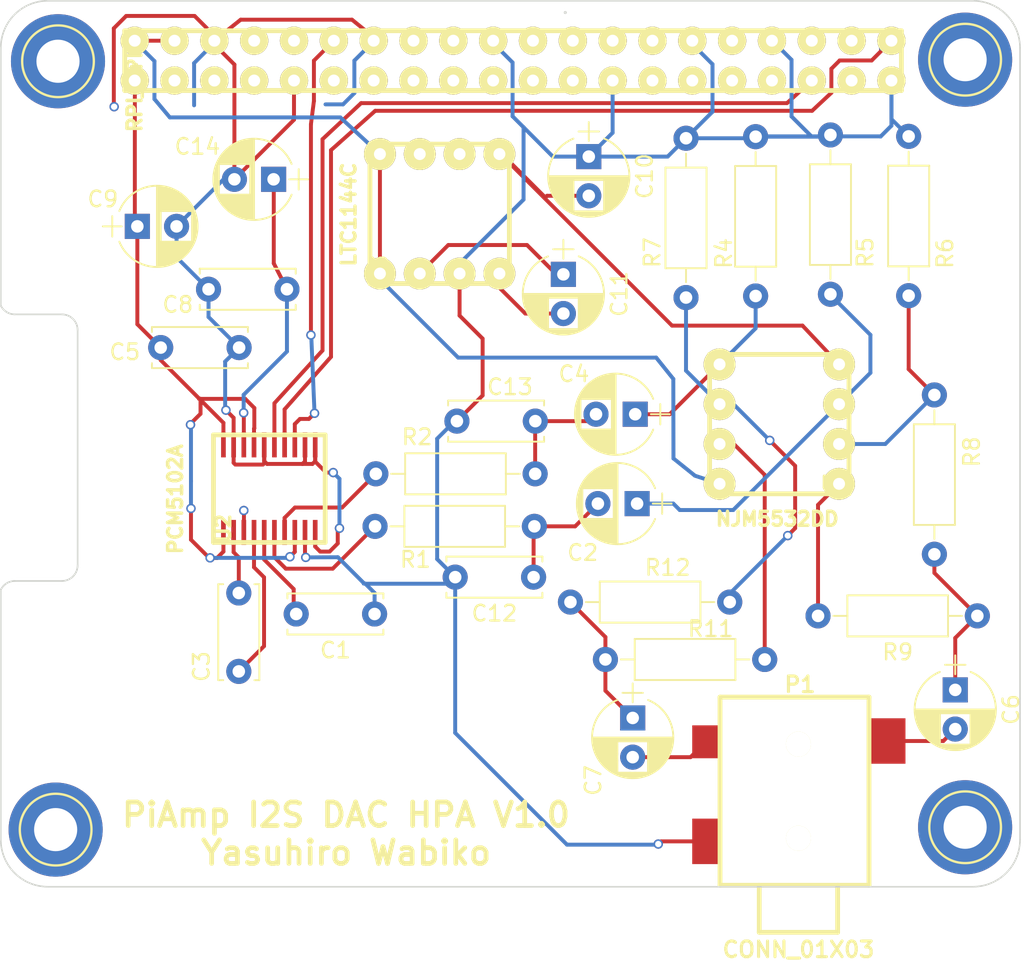
<source format=kicad_pcb>
(kicad_pcb (version 4) (host pcbnew 4.0.4-stable)
  (layers (0 F.Cu signal) (31 B.Cu signal) (34 B.Paste user hide) (35 F.Paste user hide) (36 B.SilkS user) (37 F.SilkS user) (38 B.Mask user) (39 F.Mask user) (44 Edge.Cuts user))
  (net 0 "")
  (net 1 "Net-(U1-Pad8)")
  (net 2 "Net-(U2-Pad13)")
  (net 3 "Net-(U2-Pad14)")
  (net 4 "Net-(U2-Pad15)")
  (net 5 "Net-(U3-Pad6)")
  (net 6 "Net-(U3-Pad7)")
  (net 7 "Net-(U4-Pad3)")
  (net 8 "Net-(U4-Pad5)")
  (net 9 "Net-(U4-Pad7)")
  (net 10 "Net-(U4-Pad8)")
  (net 11 "Net-(U4-Pad10)")
  (net 12 "Net-(U4-Pad11)")
  (net 13 "Net-(U4-Pad13)")
  (net 14 "Net-(U4-Pad15)")
  (net 15 "Net-(U4-Pad16)")
  (net 16 "Net-(U4-Pad17)")
  (net 17 "Net-(U4-Pad18)")
  (net 18 "Net-(U4-Pad19)")
  (net 19 "Net-(U4-Pad21)")
  (net 20 "Net-(U4-Pad22)")
  (net 21 "Net-(U4-Pad23)")
  (net 22 "Net-(U4-Pad24)")
  (net 23 "Net-(U4-Pad26)")
  (net 24 "Net-(U4-Pad27)")
  (net 25 "Net-(U4-Pad28)")
  (net 26 "Net-(U4-Pad29)")
  (net 27 "Net-(U4-Pad31)")
  (net 28 "Net-(U4-Pad32)")
  (net 29 "Net-(U4-Pad33)")
  (net 30 "Net-(U4-Pad36)")
  (net 31 "Net-(U4-Pad37)")
  (net 32 "Net-(U4-Pad38)")
  (net 33 "Net-(C1-Pad2)")
  (net 34 "Net-(C2-Pad1)")
  (net 35 "Net-(C3-Pad1)")
  (net 36 "Net-(C3-Pad2)")
  (net 37 "Net-(C4-Pad1)")
  (net 38 "Net-(C5-Pad1)")
  (net 39 "Net-(C6-Pad1)")
  (net 40 "Net-(C6-Pad2)")
  (net 41 "Net-(C7-Pad1)")
  (net 42 "Net-(C7-Pad2)")
  (net 43 "Net-(C10-Pad2)")
  (net 44 "Net-(C11-Pad1)")
  (net 45 "Net-(C11-Pad2)")
  (net 46 "Net-(R1-Pad1)")
  (net 47 "Net-(R2-Pad1)")
  (net 48 "Net-(R6-Pad1)")
  (net 49 "Net-(R12-Pad2)")
  (net 50 "Net-(R9-Pad2)")
  (net 51 "Net-(R11-Pad2)")
  (net 52 "Net-(C13-Pad1)")
  (net 53 "Net-(C12-Pad1)")
  (net 54 GNDA)
  (net 55 GNDD)
  (net 56 "Net-(C14-Pad1)")
  (module Connect:1pin (layer F.Cu) (at 63.1 65.56)
    (fp_text reference "" (at 0 -3.048) (layer F.SilkS))
    (fp_text value 1pin)
    (pad "" np_thru_hole circle (at 0 0) (size 6 6) (drill 2.75) (layers *.Cu *.Mask))
  )
  (module Connect:1pin (layer F.Cu) (at 62.95 114.56)
    (fp_text reference "" (at 0 -3.048) (layer F.SilkS))
    (fp_text value 1pin)
    (pad "" np_thru_hole circle (at 0 0) (size 6 6) (drill 2.75) (layers *.Cu *.Mask))
  )
  (module Connect:1pin (layer F.Cu) (at 120.95 114.41)
    (fp_text reference "" (at 0 -3.048) (layer F.SilkS))
    (fp_text value 1pin)
    (pad "" np_thru_hole circle (at 0 0) (size 6 6) (drill 2.75) (layers *.Cu *.Mask))
  )
  (module Connect:1pin (layer F.Cu) (at 120.95 65.46)
    (fp_text reference "" (at 0 -3.048) (layer F.SilkS))
    (fp_text value 1pin)
    (pad "" np_thru_hole circle (at 0 0) (size 6 6) (drill 2.75) (layers *.Cu *.Mask))
  )
  (module Capacitors_ThroughHole:C_Disc_D6.0mm_W2.5mm_P5.00mm (layer F.Cu) (at 83.29 100.81 180)
    (fp_text reference C1 (at 2.5 -2.31 180) (layer F.SilkS))
    (fp_text value C)
    (pad 1 thru_hole circle (at 0 0 180) (size 1.6 1.6) (drill 0.8) (layers *.Cu *.Mask) (net 54 GNDA))
    (pad 2 thru_hole circle (at 5 0 180) (size 1.6 1.6) (drill 0.8) (layers *.Cu *.Mask) (net 33 "Net-(C1-Pad2)"))
  )
  (module Capacitors_ThroughHole:CP_Radial_D5.0mm_P2.50mm (layer F.Cu) (at 100.03 93.77 180)
    (fp_text reference C2 (at 3.47 -3.13 180) (layer F.SilkS))
    (fp_text value CP)
    (pad 1 thru_hole rect (at 0 0 180) (size 1.6 1.6) (drill 0.8) (layers *.Cu *.Mask) (net 34 "Net-(C2-Pad1)"))
    (pad 2 thru_hole circle (at 2.5 0 180) (size 1.6 1.6) (drill 0.8) (layers *.Cu *.Mask) (net 53 "Net-(C12-Pad1)"))
  )
  (module Capacitors_ThroughHole:C_Disc_D6.0mm_W2.5mm_P5.00mm (layer F.Cu) (at 74.63 99.47 270)
    (fp_text reference C3 (at 4.69 2.38 270) (layer F.SilkS))
    (fp_text value C)
    (pad 1 thru_hole circle (at 0 0 270) (size 1.6 1.6) (drill 0.8) (layers *.Cu *.Mask) (net 35 "Net-(C3-Pad1)"))
    (pad 2 thru_hole circle (at 5 0 270) (size 1.6 1.6) (drill 0.8) (layers *.Cu *.Mask) (net 36 "Net-(C3-Pad2)"))
  )
  (module Capacitors_ThroughHole:CP_Radial_D5.0mm_P2.50mm (layer F.Cu) (at 99.91 88.07 180)
    (fp_text reference C4 (at 3.91 2.57 180) (layer F.SilkS))
    (fp_text value CP)
    (pad 1 thru_hole rect (at 0 0 180) (size 1.6 1.6) (drill 0.8) (layers *.Cu *.Mask) (net 37 "Net-(C4-Pad1)"))
    (pad 2 thru_hole circle (at 2.5 0 180) (size 1.6 1.6) (drill 0.8) (layers *.Cu *.Mask) (net 52 "Net-(C13-Pad1)"))
  )
  (module Capacitors_ThroughHole:C_Disc_D6.0mm_W2.5mm_P5.00mm (layer F.Cu) (at 69.65 83.82)
    (fp_text reference C5 (at -2.29 0.28) (layer F.SilkS))
    (fp_text value C)
    (pad 1 thru_hole circle (at 0 0) (size 1.6 1.6) (drill 0.8) (layers *.Cu *.Mask) (net 38 "Net-(C5-Pad1)"))
    (pad 2 thru_hole circle (at 5 0) (size 1.6 1.6) (drill 0.8) (layers *.Cu *.Mask) (net 55 GNDD))
  )
  (module Capacitors_ThroughHole:CP_Radial_D5.0mm_P2.50mm (layer F.Cu) (at 120.32 105.65 270)
    (fp_text reference C6 (at 1.25 -3.56 270) (layer F.SilkS))
    (fp_text value CP)
    (pad 1 thru_hole rect (at 0 0 270) (size 1.6 1.6) (drill 0.8) (layers *.Cu *.Mask) (net 39 "Net-(C6-Pad1)"))
    (pad 2 thru_hole circle (at 2.5 0 270) (size 1.6 1.6) (drill 0.8) (layers *.Cu *.Mask) (net 40 "Net-(C6-Pad2)"))
  )
  (module Capacitors_ThroughHole:CP_Radial_D5.0mm_P2.50mm (layer F.Cu) (at 99.75 107.44 270)
    (fp_text reference C7 (at 3.98 2.52 270) (layer F.SilkS))
    (fp_text value CP)
    (pad 1 thru_hole rect (at 0 0 270) (size 1.6 1.6) (drill 0.8) (layers *.Cu *.Mask) (net 41 "Net-(C7-Pad1)"))
    (pad 2 thru_hole circle (at 2.5 0 270) (size 1.6 1.6) (drill 0.8) (layers *.Cu *.Mask) (net 42 "Net-(C7-Pad2)"))
  )
  (module Capacitors_ThroughHole:C_Disc_D6.0mm_W2.5mm_P5.00mm (layer F.Cu) (at 77.7 80.1 180)
    (fp_text reference C8 (at 6.96 -0.98 180) (layer F.SilkS))
    (fp_text value C)
    (pad 1 thru_hole circle (at 0 0 180) (size 1.6 1.6) (drill 0.8) (layers *.Cu *.Mask) (net 56 "Net-(C14-Pad1)"))
    (pad 2 thru_hole circle (at 5 0 180) (size 1.6 1.6) (drill 0.8) (layers *.Cu *.Mask) (net 55 GNDD))
  )
  (module Capacitors_ThroughHole:CP_Radial_D5.0mm_P2.50mm (layer F.Cu) (at 68.16 76.09)
    (fp_text reference C9 (at -2.2 -1.74) (layer F.SilkS))
    (fp_text value CP)
    (pad 1 thru_hole rect (at 0 0) (size 1.6 1.6) (drill 0.8) (layers *.Cu *.Mask) (net 38 "Net-(C5-Pad1)"))
    (pad 2 thru_hole circle (at 2.5 0) (size 1.6 1.6) (drill 0.8) (layers *.Cu *.Mask) (net 55 GNDD))
  )
  (module Capacitors_ThroughHole:CP_Radial_D5.0mm_P2.50mm (layer F.Cu) (at 96.95 71.64 270)
    (fp_text reference C10 (at 1.25 -3.56 270) (layer F.SilkS))
    (fp_text value CP)
    (pad 1 thru_hole rect (at 0 0 270) (size 1.6 1.6) (drill 0.8) (layers *.Cu *.Mask) (net 54 GNDA))
    (pad 2 thru_hole circle (at 2.5 0 270) (size 1.6 1.6) (drill 0.8) (layers *.Cu *.Mask) (net 43 "Net-(C10-Pad2)"))
  )
  (module Capacitors_ThroughHole:CP_Radial_D5.0mm_P2.50mm (layer F.Cu) (at 95.33 79.15 270)
    (fp_text reference C11 (at 1.25 -3.56 270) (layer F.SilkS))
    (fp_text value CP)
    (pad 1 thru_hole rect (at 0 0 270) (size 1.6 1.6) (drill 0.8) (layers *.Cu *.Mask) (net 44 "Net-(C11-Pad1)"))
    (pad 2 thru_hole circle (at 2.5 0 270) (size 1.6 1.6) (drill 0.8) (layers *.Cu *.Mask) (net 45 "Net-(C11-Pad2)"))
  )
  (module Capacitors_ThroughHole:C_Disc_D6.0mm_W2.5mm_P5.00mm (layer F.Cu) (at 93.43 98.46 180)
    (fp_text reference C12 (at 2.5 -2.31 180) (layer F.SilkS))
    (fp_text value C)
    (pad 1 thru_hole circle (at 0 0 180) (size 1.6 1.6) (drill 0.8) (layers *.Cu *.Mask) (net 53 "Net-(C12-Pad1)"))
    (pad 2 thru_hole circle (at 5 0 180) (size 1.6 1.6) (drill 0.8) (layers *.Cu *.Mask) (net 54 GNDA))
  )
  (module Capacitors_ThroughHole:C_Disc_D6.0mm_W2.5mm_P5.00mm (layer F.Cu) (at 93.54 88.51 180)
    (fp_text reference C13 (at 1.62 2.18 180) (layer F.SilkS))
    (fp_text value C)
    (pad 1 thru_hole circle (at 0 0 180) (size 1.6 1.6) (drill 0.8) (layers *.Cu *.Mask) (net 52 "Net-(C13-Pad1)"))
    (pad 2 thru_hole circle (at 5 0 180) (size 1.6 1.6) (drill 0.8) (layers *.Cu *.Mask) (net 54 GNDA))
  )
  (module Capacitors_ThroughHole:CP_Radial_D5.0mm_P2.50mm (layer F.Cu) (at 76.85 73.09 180)
    (fp_text reference C14 (at 4.86 2.09 180) (layer F.SilkS))
    (fp_text value CP)
    (pad 1 thru_hole rect (at 0 0 180) (size 1.6 1.6) (drill 0.8) (layers *.Cu *.Mask) (net 56 "Net-(C14-Pad1)"))
    (pad 2 thru_hole circle (at 2.5 0 180) (size 1.6 1.6) (drill 0.8) (layers *.Cu *.Mask) (net 55 GNDD))
  )
  (module smisioto:jack_3.5_sj1-3513-smt (layer F.Cu) (at 110.32 112.01)
    (fp_text reference P1 (at 0.1 -6.7) (layer F.SilkS) (effects (font (size 0.99822 0.99822) (thickness 0.19812))))
    (fp_text value CONN_01X03 (at 0 10.2) (layer F.SilkS) (effects (font (size 0.99822 0.99822) (thickness 0.19812))))
    (pad "" np_thru_hole circle (at 0 3.1) (size 1.6 1.6) (drill 1.6) (layers *.Cu *.Mask F.SilkS))
    (pad "" np_thru_hole circle (at 0 -2.9) (size 1.6 1.6) (drill 1.6) (layers *.Cu *.Mask F.SilkS))
    (pad 1 smd rect (at -5.9 3.3) (size 1.75 2.9) (layers F.Cu F.Paste F.Mask) (net 54 GNDA))
    (pad 2 smd rect (at 5.7 -3.1) (size 2.25 2.9) (layers F.Cu F.Paste F.Mask) (net 40 "Net-(C6-Pad2)"))
    (pad 3 smd rect (at -5.9 -3.05) (size 1.75 2.1) (layers F.Cu F.Paste F.Mask) (net 42 "Net-(C7-Pad2)"))
  )
  (module Resistors_ThroughHole:R_Axial_DIN0207_L6.3mm_D2.5mm_P10.16mm_Horizontal (layer F.Cu) (at 83.32 95.22)
    (fp_text reference R1 (at 2.57 2.12) (layer F.SilkS))
    (fp_text value R)
    (pad 1 thru_hole circle (at 0 0) (size 1.6 1.6) (drill 0.8) (layers *.Cu *.Mask) (net 46 "Net-(R1-Pad1)"))
    (pad 2 thru_hole oval (at 10.16 0) (size 1.6 1.6) (drill 0.8) (layers *.Cu *.Mask) (net 53 "Net-(C12-Pad1)"))
  )
  (module Resistors_ThroughHole:R_Axial_DIN0207_L6.3mm_D2.5mm_P10.16mm_Horizontal (layer F.Cu) (at 83.37 91.87)
    (fp_text reference R2 (at 2.63 -2.35) (layer F.SilkS))
    (fp_text value R)
    (pad 1 thru_hole circle (at 0 0) (size 1.6 1.6) (drill 0.8) (layers *.Cu *.Mask) (net 47 "Net-(R2-Pad1)"))
    (pad 2 thru_hole oval (at 10.16 0) (size 1.6 1.6) (drill 0.8) (layers *.Cu *.Mask) (net 52 "Net-(C13-Pad1)"))
  )
  (module Resistors_ThroughHole:R_Axial_DIN0207_L6.3mm_D2.5mm_P10.16mm_Horizontal (layer F.Cu) (at 107.59 70.37 270)
    (fp_text reference R4 (at 7.44 2.03 270) (layer F.SilkS))
    (fp_text value R)
    (pad 1 thru_hole circle (at 0 0 270) (size 1.6 1.6) (drill 0.8) (layers *.Cu *.Mask) (net 54 GNDA))
    (pad 2 thru_hole oval (at 10.16 0 270) (size 1.6 1.6) (drill 0.8) (layers *.Cu *.Mask) (net 37 "Net-(C4-Pad1)"))
  )
  (module Resistors_ThroughHole:R_Axial_DIN0207_L6.3mm_D2.5mm_P10.16mm_Horizontal (layer F.Cu) (at 112.36 70.26 270)
    (fp_text reference R5 (at 7.5 -2.22 270) (layer F.SilkS))
    (fp_text value R)
    (pad 1 thru_hole circle (at 0 0 270) (size 1.6 1.6) (drill 0.8) (layers *.Cu *.Mask) (net 54 GNDA))
    (pad 2 thru_hole oval (at 10.16 0 270) (size 1.6 1.6) (drill 0.8) (layers *.Cu *.Mask) (net 34 "Net-(C2-Pad1)"))
  )
  (module Resistors_ThroughHole:R_Axial_DIN0207_L6.3mm_D2.5mm_P10.16mm_Horizontal (layer F.Cu) (at 117.35 80.51 90)
    (fp_text reference R6 (at 2.7 2.32 90) (layer F.SilkS))
    (fp_text value R)
    (pad 1 thru_hole circle (at 0 0 90) (size 1.6 1.6) (drill 0.8) (layers *.Cu *.Mask) (net 48 "Net-(R6-Pad1)"))
    (pad 2 thru_hole oval (at 10.16 0 90) (size 1.6 1.6) (drill 0.8) (layers *.Cu *.Mask) (net 54 GNDA))
  )
  (module Resistors_ThroughHole:R_Axial_DIN0207_L6.3mm_D2.5mm_P10.16mm_Horizontal (layer F.Cu) (at 103.15 80.63 90)
    (fp_text reference R7 (at 2.87 -2.15 90) (layer F.SilkS))
    (fp_text value R)
    (pad 1 thru_hole circle (at 0 0 90) (size 1.6 1.6) (drill 0.8) (layers *.Cu *.Mask) (net 49 "Net-(R12-Pad2)"))
    (pad 2 thru_hole oval (at 10.16 0 90) (size 1.6 1.6) (drill 0.8) (layers *.Cu *.Mask) (net 54 GNDA))
  )
  (module Resistors_ThroughHole:R_Axial_DIN0207_L6.3mm_D2.5mm_P10.16mm_Horizontal (layer F.Cu) (at 118.99 97 90)
    (fp_text reference R8 (at 6.53 2.38 90) (layer F.SilkS))
    (fp_text value R)
    (pad 1 thru_hole circle (at 0 0 90) (size 1.6 1.6) (drill 0.8) (layers *.Cu *.Mask) (net 39 "Net-(C6-Pad1)"))
    (pad 2 thru_hole oval (at 10.16 0 90) (size 1.6 1.6) (drill 0.8) (layers *.Cu *.Mask) (net 48 "Net-(R6-Pad1)"))
  )
  (module Resistors_ThroughHole:R_Axial_DIN0207_L6.3mm_D2.5mm_P10.16mm_Horizontal (layer F.Cu) (at 121.73 100.93 180)
    (fp_text reference R9 (at 5.08 -2.31 180) (layer F.SilkS))
    (fp_text value R)
    (pad 1 thru_hole circle (at 0 0 180) (size 1.6 1.6) (drill 0.8) (layers *.Cu *.Mask) (net 39 "Net-(C6-Pad1)"))
    (pad 2 thru_hole oval (at 10.16 0 180) (size 1.6 1.6) (drill 0.8) (layers *.Cu *.Mask) (net 50 "Net-(R9-Pad2)"))
  )
  (module Resistors_ThroughHole:R_Axial_DIN0207_L6.3mm_D2.5mm_P10.16mm_Horizontal (layer F.Cu) (at 98.01 103.71)
    (fp_text reference R11 (at 6.71 -1.95) (layer F.SilkS))
    (fp_text value R)
    (pad 1 thru_hole circle (at 0 0) (size 1.6 1.6) (drill 0.8) (layers *.Cu *.Mask) (net 41 "Net-(C7-Pad1)"))
    (pad 2 thru_hole oval (at 10.16 0) (size 1.6 1.6) (drill 0.8) (layers *.Cu *.Mask) (net 51 "Net-(R11-Pad2)"))
  )
  (module Resistors_ThroughHole:R_Axial_DIN0207_L6.3mm_D2.5mm_P10.16mm_Horizontal (layer F.Cu) (at 95.78 100.05)
    (fp_text reference R12 (at 6.2 -2.2) (layer F.SilkS))
    (fp_text value R)
    (pad 1 thru_hole circle (at 0 0) (size 1.6 1.6) (drill 0.8) (layers *.Cu *.Mask) (net 41 "Net-(C7-Pad1)"))
    (pad 2 thru_hole oval (at 10.16 0) (size 1.6 1.6) (drill 0.8) (layers *.Cu *.Mask) (net 49 "Net-(R12-Pad2)"))
  )
  (module DIP8:DIP8 (layer F.Cu) (at 112.91 92.51 90)
    (fp_text reference U1 (at 0 -0.254 360) (layer F.SilkS) (effects (font (size 0.889 0.889) (thickness 0.3048))))
    (fp_text value NJM5532DD (at -2.24 -3.94 360) (layer F.SilkS) (effects (font (size 0.889 0.889) (thickness 0.3048))))
    (pad 1 thru_hole circle (at 0 0 90) (size 2.032 2.032) (drill 0.762) (layers *.Cu *.Mask F.SilkS) (net 50 "Net-(R9-Pad2)"))
    (pad 2 thru_hole circle (at 2.54 0 90) (size 2.032 2.032) (drill 0.762) (layers *.Cu *.Mask F.SilkS) (net 48 "Net-(R6-Pad1)"))
    (pad 3 thru_hole circle (at 5.08 0 90) (size 2.032 2.032) (drill 0.762) (layers *.Cu *.Mask F.SilkS) (net 34 "Net-(C2-Pad1)"))
    (pad 4 thru_hole circle (at 7.62 0 90) (size 2.032 2.032) (drill 0.762) (layers *.Cu *.Mask F.SilkS) (net 43 "Net-(C10-Pad2)"))
    (pad 5 thru_hole circle (at 7.62 -7.62 270) (size 2.032 2.032) (drill 0.762) (layers *.Cu *.Mask F.SilkS) (net 37 "Net-(C4-Pad1)"))
    (pad 6 thru_hole circle (at 5.08 -7.62 270) (size 2.032 2.032) (drill 0.762) (layers *.Cu *.Mask F.SilkS) (net 49 "Net-(R12-Pad2)"))
    (pad 7 thru_hole circle (at 2.54 -7.62 270) (size 2.032 2.032) (drill 0.762) (layers *.Cu *.Mask F.SilkS) (net 51 "Net-(R11-Pad2)"))
    (pad 8 thru_hole circle (at 0 -7.62 270) (size 2.032 2.032) (drill 0.762) (layers *.Cu *.Mask F.SilkS) (net 1 "Net-(U1-Pad8)"))
  )
  (module TSSOP20:PCM5102A (layer F.Cu) (at 73.65 95.61)
    (fp_text reference U2 (at 0 -0.254 270) (layer F.SilkS) (effects (font (size 0.889 0.889) (thickness 0.3048))))
    (fp_text value PCM5102A (at -3.07 -2.12 270) (layer F.SilkS) (effects (font (size 0.889 0.889) (thickness 0.3048))))
    (pad 1 smd rect (at 0 0) (size 0.29972 1.6002) (layers F.Cu F.Paste F.Mask) (net 38 "Net-(C5-Pad1)"))
    (pad 2 smd rect (at 0.65024 0) (size 0.29972 1.6002) (layers F.Cu F.Paste F.Mask) (net 35 "Net-(C3-Pad1)"))
    (pad 3 smd rect (at 1.30048 0) (size 0.29972 1.6002) (layers F.Cu F.Paste F.Mask) (net 54 GNDA))
    (pad 4 smd rect (at 1.95072 0) (size 0.29972 1.6002) (layers F.Cu F.Paste F.Mask) (net 36 "Net-(C3-Pad2)"))
    (pad 5 smd rect (at 2.60096 0) (size 0.29972 1.6002) (layers F.Cu F.Paste F.Mask) (net 33 "Net-(C1-Pad2)"))
    (pad 6 smd rect (at 3.2512 0) (size 0.29972 1.6002) (layers F.Cu F.Paste F.Mask) (net 46 "Net-(R1-Pad1)"))
    (pad 7 smd rect (at 3.90144 0) (size 0.29972 1.6002) (layers F.Cu F.Paste F.Mask) (net 47 "Net-(R2-Pad1)"))
    (pad 8 smd rect (at 4.55168 0) (size 0.29972 1.6002) (layers F.Cu F.Paste F.Mask) (net 38 "Net-(C5-Pad1)"))
    (pad 9 smd rect (at 5.20192 0) (size 0.29972 1.6002) (layers F.Cu F.Paste F.Mask) (net 54 GNDA))
    (pad 10 smd rect (at 5.85216 0) (size 0.29972 1.6002) (layers F.Cu F.Paste F.Mask) (net 55 GNDD))
    (pad 11 smd rect (at 5.85216 -5.588 180) (size 0.29972 1.6002) (layers F.Cu F.Paste F.Mask) (net 55 GNDD))
    (pad 12 smd rect (at 5.20192 -5.588 180) (size 0.29972 1.6002) (layers F.Cu F.Paste F.Mask) (net 55 GNDD))
    (pad 13 smd rect (at 4.55168 -5.588 180) (size 0.29972 1.6002) (layers F.Cu F.Paste F.Mask) (net 2 "Net-(U2-Pad13)"))
    (pad 14 smd rect (at 3.90144 -5.588 180) (size 0.29972 1.6002) (layers F.Cu F.Paste F.Mask) (net 3 "Net-(U2-Pad14)"))
    (pad 15 smd rect (at 3.2512 -5.588 180) (size 0.29972 1.6002) (layers F.Cu F.Paste F.Mask) (net 4 "Net-(U2-Pad15)"))
    (pad 16 smd rect (at 2.60096 -5.588 180) (size 0.29972 1.6002) (layers F.Cu F.Paste F.Mask) (net 55 GNDD))
    (pad 17 smd rect (at 1.95072 -5.588 180) (size 0.29972 1.6002) (layers F.Cu F.Paste F.Mask) (net 38 "Net-(C5-Pad1)"))
    (pad 18 smd rect (at 1.30048 -5.588 180) (size 0.29972 1.6002) (layers F.Cu F.Paste F.Mask) (net 56 "Net-(C14-Pad1)"))
    (pad 19 smd rect (at 0.65024 -5.588 180) (size 0.29972 1.6002) (layers F.Cu F.Paste F.Mask) (net 55 GNDD))
    (pad 20 smd rect (at 0 -5.588 180) (size 0.29972 1.6002) (layers F.Cu F.Paste F.Mask) (net 38 "Net-(C5-Pad1)"))
  )
  (module DIP8:DIP8 (layer F.Cu) (at 83.63 79.1)
    (fp_text reference U3 (at 0 -0.254 270) (layer F.SilkS) (effects (font (size 0.889 0.889) (thickness 0.3048))))
    (fp_text value LTC1144C (at -1.99 -3.77 270) (layer F.SilkS) (effects (font (size 0.889 0.889) (thickness 0.3048))))
    (pad 1 thru_hole circle (at 0 0) (size 2.032 2.032) (drill 0.762) (layers *.Cu *.Mask F.SilkS) (net 1 "Net-(U1-Pad8)"))
    (pad 2 thru_hole circle (at 2.54 0) (size 2.032 2.032) (drill 0.762) (layers *.Cu *.Mask F.SilkS) (net 44 "Net-(C11-Pad1)"))
    (pad 3 thru_hole circle (at 5.08 0) (size 2.032 2.032) (drill 0.762) (layers *.Cu *.Mask F.SilkS) (net 54 GNDA))
    (pad 4 thru_hole circle (at 7.62 0) (size 2.032 2.032) (drill 0.762) (layers *.Cu *.Mask F.SilkS) (net 45 "Net-(C11-Pad2)"))
    (pad 5 thru_hole circle (at 7.62 -7.62 180) (size 2.032 2.032) (drill 0.762) (layers *.Cu *.Mask F.SilkS) (net 43 "Net-(C10-Pad2)"))
    (pad 6 thru_hole circle (at 5.08 -7.62 180) (size 2.032 2.032) (drill 0.762) (layers *.Cu *.Mask F.SilkS) (net 5 "Net-(U3-Pad6)"))
    (pad 7 thru_hole circle (at 2.54 -7.62 180) (size 2.032 2.032) (drill 0.762) (layers *.Cu *.Mask F.SilkS) (net 6 "Net-(U3-Pad7)"))
    (pad 8 thru_hole circle (at 0 -7.62 180) (size 2.032 2.032) (drill 0.762) (layers *.Cu *.Mask F.SilkS) (net 1 "Net-(U1-Pad8)"))
  )
  (module MyLibrary:RPI_GPIO (layer F.Cu) (at 67.99 66.79)
    (fp_text reference U4 (at 0 -0.254 270) (layer F.SilkS) (effects (font (size 0.889 0.889) (thickness 0.3048))))
    (fp_text value RPI_GPIO (at 0 0.254 270) (layer F.SilkS) (effects (font (size 0.889 0.889) (thickness 0.3048))))
    (pad 1 thru_hole circle (at 0 0) (size 1.8 1.8) (drill 0.762) (layers *.Cu *.Mask F.SilkS) (net 38 "Net-(C5-Pad1)"))
    (pad 2 thru_hole circle (at 0 -2.54 180) (size 1.8 1.8) (drill 0.762) (layers *.Cu *.Mask F.SilkS) (net 1 "Net-(U1-Pad8)"))
    (pad 3 thru_hole circle (at 2.54 0) (size 1.8 1.8) (drill 0.762) (layers *.Cu *.Mask F.SilkS) (net 7 "Net-(U4-Pad3)"))
    (pad 4 thru_hole circle (at 2.54 -2.54 180) (size 1.8 1.8) (drill 0.762) (layers *.Cu *.Mask F.SilkS) (net 1 "Net-(U1-Pad8)"))
    (pad 5 thru_hole circle (at 5.08 0) (size 1.8 1.8) (drill 0.762) (layers *.Cu *.Mask F.SilkS) (net 8 "Net-(U4-Pad5)"))
    (pad 6 thru_hole circle (at 5.08 -2.54 180) (size 1.8 1.8) (drill 0.762) (layers *.Cu *.Mask F.SilkS) (net 55 GNDD))
    (pad 7 thru_hole circle (at 7.62 0) (size 1.8 1.8) (drill 0.762) (layers *.Cu *.Mask F.SilkS) (net 9 "Net-(U4-Pad7)"))
    (pad 8 thru_hole circle (at 7.62 -2.54 180) (size 1.8 1.8) (drill 0.762) (layers *.Cu *.Mask F.SilkS) (net 10 "Net-(U4-Pad8)"))
    (pad 9 thru_hole circle (at 10.16 0) (size 1.8 1.8) (drill 0.762) (layers *.Cu *.Mask F.SilkS) (net 55 GNDD))
    (pad 10 thru_hole circle (at 10.16 -2.54 180) (size 1.8 1.8) (drill 0.762) (layers *.Cu *.Mask F.SilkS) (net 11 "Net-(U4-Pad10)"))
    (pad 11 thru_hole circle (at 12.7 0) (size 1.8 1.8) (drill 0.762) (layers *.Cu *.Mask F.SilkS) (net 12 "Net-(U4-Pad11)"))
    (pad 12 thru_hole circle (at 12.7 -2.54 180) (size 1.8 1.8) (drill 0.762) (layers *.Cu *.Mask F.SilkS) (net 2 "Net-(U2-Pad13)"))
    (pad 13 thru_hole circle (at 15.24 0) (size 1.8 1.8) (drill 0.762) (layers *.Cu *.Mask F.SilkS) (net 13 "Net-(U4-Pad13)"))
    (pad 14 thru_hole circle (at 15.24 -2.54 180) (size 1.8 1.8) (drill 0.762) (layers *.Cu *.Mask F.SilkS) (net 55 GNDD))
    (pad 15 thru_hole circle (at 17.78 0) (size 1.8 1.8) (drill 0.762) (layers *.Cu *.Mask F.SilkS) (net 14 "Net-(U4-Pad15)"))
    (pad 16 thru_hole circle (at 17.78 -2.54 180) (size 1.8 1.8) (drill 0.762) (layers *.Cu *.Mask F.SilkS) (net 15 "Net-(U4-Pad16)"))
    (pad 17 thru_hole circle (at 20.32 0) (size 1.8 1.8) (drill 0.762) (layers *.Cu *.Mask F.SilkS) (net 16 "Net-(U4-Pad17)"))
    (pad 18 thru_hole circle (at 20.32 -2.54 180) (size 1.8 1.8) (drill 0.762) (layers *.Cu *.Mask F.SilkS) (net 17 "Net-(U4-Pad18)"))
    (pad 19 thru_hole circle (at 22.86 0) (size 1.8 1.8) (drill 0.762) (layers *.Cu *.Mask F.SilkS) (net 18 "Net-(U4-Pad19)"))
    (pad 20 thru_hole circle (at 22.86 -2.54 180) (size 1.8 1.8) (drill 0.762) (layers *.Cu *.Mask F.SilkS) (net 54 GNDA))
    (pad 21 thru_hole circle (at 25.4 0) (size 1.8 1.8) (drill 0.762) (layers *.Cu *.Mask F.SilkS) (net 19 "Net-(U4-Pad21)"))
    (pad 22 thru_hole circle (at 25.4 -2.54 180) (size 1.8 1.8) (drill 0.762) (layers *.Cu *.Mask F.SilkS) (net 20 "Net-(U4-Pad22)"))
    (pad 23 thru_hole circle (at 27.94 0) (size 1.8 1.8) (drill 0.762) (layers *.Cu *.Mask F.SilkS) (net 21 "Net-(U4-Pad23)"))
    (pad 24 thru_hole circle (at 27.94 -2.54 180) (size 1.8 1.8) (drill 0.762) (layers *.Cu *.Mask F.SilkS) (net 22 "Net-(U4-Pad24)"))
    (pad 25 thru_hole circle (at 30.48 0) (size 1.8 1.8) (drill 0.762) (layers *.Cu *.Mask F.SilkS) (net 54 GNDA))
    (pad 26 thru_hole circle (at 30.48 -2.54 180) (size 1.8 1.8) (drill 0.762) (layers *.Cu *.Mask F.SilkS) (net 23 "Net-(U4-Pad26)"))
    (pad 27 thru_hole circle (at 33.02 0) (size 1.8 1.8) (drill 0.762) (layers *.Cu *.Mask F.SilkS) (net 24 "Net-(U4-Pad27)"))
    (pad 28 thru_hole circle (at 33.02 -2.54 180) (size 1.8 1.8) (drill 0.762) (layers *.Cu *.Mask F.SilkS) (net 25 "Net-(U4-Pad28)"))
    (pad 29 thru_hole circle (at 35.56 0) (size 1.8 1.8) (drill 0.762) (layers *.Cu *.Mask F.SilkS) (net 26 "Net-(U4-Pad29)"))
    (pad 30 thru_hole circle (at 35.56 -2.54 180) (size 1.8 1.8) (drill 0.762) (layers *.Cu *.Mask F.SilkS) (net 54 GNDA))
    (pad 31 thru_hole circle (at 38.1 0) (size 1.8 1.8) (drill 0.762) (layers *.Cu *.Mask F.SilkS) (net 27 "Net-(U4-Pad31)"))
    (pad 32 thru_hole circle (at 38.1 -2.54 180) (size 1.8 1.8) (drill 0.762) (layers *.Cu *.Mask F.SilkS) (net 28 "Net-(U4-Pad32)"))
    (pad 33 thru_hole circle (at 40.64 0) (size 1.8 1.8) (drill 0.762) (layers *.Cu *.Mask F.SilkS) (net 29 "Net-(U4-Pad33)"))
    (pad 34 thru_hole circle (at 40.64 -2.54 180) (size 1.8 1.8) (drill 0.762) (layers *.Cu *.Mask F.SilkS) (net 54 GNDA))
    (pad 35 thru_hole circle (at 43.18 0) (size 1.8 1.8) (drill 0.762) (layers *.Cu *.Mask F.SilkS) (net 4 "Net-(U2-Pad15)"))
    (pad 36 thru_hole circle (at 43.18 -2.54 180) (size 1.8 1.8) (drill 0.762) (layers *.Cu *.Mask F.SilkS) (net 30 "Net-(U4-Pad36)"))
    (pad 37 thru_hole circle (at 45.72 0) (size 1.8 1.8) (drill 0.762) (layers *.Cu *.Mask F.SilkS) (net 31 "Net-(U4-Pad37)"))
    (pad 38 thru_hole circle (at 45.72 -2.54 180) (size 1.8 1.8) (drill 0.762) (layers *.Cu *.Mask F.SilkS) (net 32 "Net-(U4-Pad38)"))
    (pad 39 thru_hole circle (at 48.26 0) (size 1.8 1.8) (drill 0.762) (layers *.Cu *.Mask F.SilkS) (net 54 GNDA))
    (pad 40 thru_hole circle (at 48.26 -2.54 180) (size 1.8 1.8) (drill 0.762) (layers *.Cu *.Mask F.SilkS) (net 3 "Net-(U2-Pad14)"))
  )
  (gr_text "PiAmp I2S DAC HPA V1.0\nYasuhiro Wabiko\n" (at 81.47 114.83) (layer F.SilkS) (effects (font (size 1.5 1.5) (thickness 0.3))))
  (gr_line (start 119.9531 65.5166) (end 119.9511 65.4536) (layer Edge.Cuts) (width 0.1))
  (gr_line (start 119.9591 65.5786) (end 119.9531 65.5166) (layer Edge.Cuts) (width 0.1))
  (gr_line (start 119.9691 65.6406) (end 119.9591 65.5786) (layer Edge.Cuts) (width 0.1))
  (gr_line (start 119.9821 65.7026) (end 119.9691 65.6406) (layer Edge.Cuts) (width 0.1))
  (gr_line (start 120.0001 65.7626) (end 119.9821 65.7026) (layer Edge.Cuts) (width 0.1))
  (gr_line (start 120.0211 65.8216) (end 120.0001 65.7626) (layer Edge.Cuts) (width 0.1))
  (gr_line (start 120.0461 65.8796) (end 120.0211 65.8216) (layer Edge.Cuts) (width 0.1))
  (gr_line (start 120.0751 65.9356) (end 120.0461 65.8796) (layer Edge.Cuts) (width 0.1))
  (gr_line (start 120.1071 65.9896) (end 120.0751 65.9356) (layer Edge.Cuts) (width 0.1))
  (gr_line (start 120.1421 66.0416) (end 120.1071 65.9896) (layer Edge.Cuts) (width 0.1))
  (gr_line (start 120.1801 66.0906) (end 120.1421 66.0416) (layer Edge.Cuts) (width 0.1))
  (gr_line (start 120.2221 66.1386) (end 120.1801 66.0906) (layer Edge.Cuts) (width 0.1))
  (gr_line (start 120.2661 66.1826) (end 120.2221 66.1386) (layer Edge.Cuts) (width 0.1))
  (gr_line (start 120.3141 66.2246) (end 120.2661 66.1826) (layer Edge.Cuts) (width 0.1))
  (gr_line (start 120.3631 66.2626) (end 120.3141 66.2246) (layer Edge.Cuts) (width 0.1))
  (gr_line (start 120.4151 66.2976) (end 120.3631 66.2626) (layer Edge.Cuts) (width 0.1))
  (gr_line (start 120.4691 66.3296) (end 120.4151 66.2976) (layer Edge.Cuts) (width 0.1))
  (gr_line (start 120.5251 66.3586) (end 120.4691 66.3296) (layer Edge.Cuts) (width 0.1))
  (gr_line (start 120.5831 66.3836) (end 120.5251 66.3586) (layer Edge.Cuts) (width 0.1))
  (gr_line (start 120.6421 66.4046) (end 120.5831 66.3836) (layer Edge.Cuts) (width 0.1))
  (gr_line (start 120.7021 66.4226) (end 120.6421 66.4046) (layer Edge.Cuts) (width 0.1))
  (gr_line (start 120.7641 66.4356) (end 120.7021 66.4226) (layer Edge.Cuts) (width 0.1))
  (gr_line (start 120.8261 66.4456) (end 120.7641 66.4356) (layer Edge.Cuts) (width 0.1))
  (gr_line (start 120.8881 66.4516) (end 120.8261 66.4456) (layer Edge.Cuts) (width 0.1))
  (gr_line (start 120.9511 66.4536) (end 120.8881 66.4516) (layer Edge.Cuts) (width 0.1))
  (gr_line (start 121.0141 66.4516) (end 120.9511 66.4536) (layer Edge.Cuts) (width 0.1))
  (gr_line (start 121.0761 66.4456) (end 121.0141 66.4516) (layer Edge.Cuts) (width 0.1))
  (gr_line (start 121.1381 66.4356) (end 121.0761 66.4456) (layer Edge.Cuts) (width 0.1))
  (gr_line (start 121.2001 66.4226) (end 121.1381 66.4356) (layer Edge.Cuts) (width 0.1))
  (gr_line (start 121.2601 66.4046) (end 121.2001 66.4226) (layer Edge.Cuts) (width 0.1))
  (gr_line (start 121.3191 66.3836) (end 121.2601 66.4046) (layer Edge.Cuts) (width 0.1))
  (gr_line (start 121.3771 66.3586) (end 121.3191 66.3836) (layer Edge.Cuts) (width 0.1))
  (gr_line (start 121.4331 66.3296) (end 121.3771 66.3586) (layer Edge.Cuts) (width 0.1))
  (gr_line (start 121.4871 66.2976) (end 121.4331 66.3296) (layer Edge.Cuts) (width 0.1))
  (gr_line (start 121.5391 66.2626) (end 121.4871 66.2976) (layer Edge.Cuts) (width 0.1))
  (gr_line (start 121.5881 66.2246) (end 121.5391 66.2626) (layer Edge.Cuts) (width 0.1))
  (gr_line (start 121.6361 66.1826) (end 121.5881 66.2246) (layer Edge.Cuts) (width 0.1))
  (gr_line (start 121.6801 66.1386) (end 121.6361 66.1826) (layer Edge.Cuts) (width 0.1))
  (gr_line (start 121.7221 66.0906) (end 121.6801 66.1386) (layer Edge.Cuts) (width 0.1))
  (gr_line (start 121.7601 66.0416) (end 121.7221 66.0906) (layer Edge.Cuts) (width 0.1))
  (gr_line (start 121.7951 65.9896) (end 121.7601 66.0416) (layer Edge.Cuts) (width 0.1))
  (gr_line (start 121.8271 65.9356) (end 121.7951 65.9896) (layer Edge.Cuts) (width 0.1))
  (gr_line (start 121.8561 65.8796) (end 121.8271 65.9356) (layer Edge.Cuts) (width 0.1))
  (gr_line (start 121.8811 65.8216) (end 121.8561 65.8796) (layer Edge.Cuts) (width 0.1))
  (gr_line (start 121.9021 65.7626) (end 121.8811 65.8216) (layer Edge.Cuts) (width 0.1))
  (gr_line (start 121.9201 65.7026) (end 121.9021 65.7626) (layer Edge.Cuts) (width 0.1))
  (gr_line (start 121.9331 65.6406) (end 121.9201 65.7026) (layer Edge.Cuts) (width 0.1))
  (gr_line (start 121.9431 65.5786) (end 121.9331 65.6406) (layer Edge.Cuts) (width 0.1))
  (gr_line (start 121.9491 65.5166) (end 121.9431 65.5786) (layer Edge.Cuts) (width 0.1))
  (gr_line (start 121.9511 65.4536) (end 121.9491 65.5166) (layer Edge.Cuts) (width 0.1))
  (gr_line (start 121.9491 65.3906) (end 121.9511 65.4536) (layer Edge.Cuts) (width 0.1))
  (gr_line (start 121.9431 65.3286) (end 121.9491 65.3906) (layer Edge.Cuts) (width 0.1))
  (gr_line (start 121.9331 65.2666) (end 121.9431 65.3286) (layer Edge.Cuts) (width 0.1))
  (gr_line (start 121.9201 65.2046) (end 121.9331 65.2666) (layer Edge.Cuts) (width 0.1))
  (gr_line (start 121.9021 65.1446) (end 121.9201 65.2046) (layer Edge.Cuts) (width 0.1))
  (gr_line (start 121.8811 65.0856) (end 121.9021 65.1446) (layer Edge.Cuts) (width 0.1))
  (gr_line (start 121.8561 65.0276) (end 121.8811 65.0856) (layer Edge.Cuts) (width 0.1))
  (gr_line (start 121.8271 64.9716) (end 121.8561 65.0276) (layer Edge.Cuts) (width 0.1))
  (gr_line (start 121.7951 64.9176) (end 121.8271 64.9716) (layer Edge.Cuts) (width 0.1))
  (gr_line (start 121.7601 64.8656) (end 121.7951 64.9176) (layer Edge.Cuts) (width 0.1))
  (gr_line (start 121.7221 64.8166) (end 121.7601 64.8656) (layer Edge.Cuts) (width 0.1))
  (gr_line (start 121.6801 64.7686) (end 121.7221 64.8166) (layer Edge.Cuts) (width 0.1))
  (gr_line (start 121.6361 64.7246) (end 121.6801 64.7686) (layer Edge.Cuts) (width 0.1))
  (gr_line (start 121.5881 64.6826) (end 121.6361 64.7246) (layer Edge.Cuts) (width 0.1))
  (gr_line (start 121.5391 64.6446) (end 121.5881 64.6826) (layer Edge.Cuts) (width 0.1))
  (gr_line (start 121.4871 64.6096) (end 121.5391 64.6446) (layer Edge.Cuts) (width 0.1))
  (gr_line (start 121.4331 64.5776) (end 121.4871 64.6096) (layer Edge.Cuts) (width 0.1))
  (gr_line (start 121.3771 64.5486) (end 121.4331 64.5776) (layer Edge.Cuts) (width 0.1))
  (gr_line (start 121.3191 64.5236) (end 121.3771 64.5486) (layer Edge.Cuts) (width 0.1))
  (gr_line (start 121.2601 64.5026) (end 121.3191 64.5236) (layer Edge.Cuts) (width 0.1))
  (gr_line (start 121.2001 64.4846) (end 121.2601 64.5026) (layer Edge.Cuts) (width 0.1))
  (gr_line (start 121.1381 64.4716) (end 121.2001 64.4846) (layer Edge.Cuts) (width 0.1))
  (gr_line (start 121.0761 64.4616) (end 121.1381 64.4716) (layer Edge.Cuts) (width 0.1))
  (gr_line (start 121.0141 64.4556) (end 121.0761 64.4616) (layer Edge.Cuts) (width 0.1))
  (gr_line (start 120.9511 64.4536) (end 121.0141 64.4556) (layer Edge.Cuts) (width 0.1))
  (gr_line (start 120.8881 64.4556) (end 120.9511 64.4536) (layer Edge.Cuts) (width 0.1))
  (gr_line (start 120.8261 64.4616) (end 120.8881 64.4556) (layer Edge.Cuts) (width 0.1))
  (gr_line (start 120.7641 64.4716) (end 120.8261 64.4616) (layer Edge.Cuts) (width 0.1))
  (gr_line (start 120.7021 64.4846) (end 120.7641 64.4716) (layer Edge.Cuts) (width 0.1))
  (gr_line (start 120.6421 64.5026) (end 120.7021 64.4846) (layer Edge.Cuts) (width 0.1))
  (gr_line (start 120.5831 64.5236) (end 120.6421 64.5026) (layer Edge.Cuts) (width 0.1))
  (gr_line (start 120.5251 64.5486) (end 120.5831 64.5236) (layer Edge.Cuts) (width 0.1))
  (gr_line (start 120.4691 64.5776) (end 120.5251 64.5486) (layer Edge.Cuts) (width 0.1))
  (gr_line (start 120.4151 64.6096) (end 120.4691 64.5776) (layer Edge.Cuts) (width 0.1))
  (gr_line (start 120.3631 64.6446) (end 120.4151 64.6096) (layer Edge.Cuts) (width 0.1))
  (gr_line (start 120.3141 64.6826) (end 120.3631 64.6446) (layer Edge.Cuts) (width 0.1))
  (gr_line (start 120.2661 64.7246) (end 120.3141 64.6826) (layer Edge.Cuts) (width 0.1))
  (gr_line (start 120.2221 64.7686) (end 120.2661 64.7246) (layer Edge.Cuts) (width 0.1))
  (gr_line (start 120.1801 64.8166) (end 120.2221 64.7686) (layer Edge.Cuts) (width 0.1))
  (gr_line (start 120.1421 64.8656) (end 120.1801 64.8166) (layer Edge.Cuts) (width 0.1))
  (gr_line (start 120.1071 64.9176) (end 120.1421 64.8656) (layer Edge.Cuts) (width 0.1))
  (gr_line (start 120.0751 64.9716) (end 120.1071 64.9176) (layer Edge.Cuts) (width 0.1))
  (gr_line (start 120.0461 65.0276) (end 120.0751 64.9716) (layer Edge.Cuts) (width 0.1))
  (gr_line (start 120.0211 65.0856) (end 120.0461 65.0276) (layer Edge.Cuts) (width 0.1))
  (gr_line (start 120.0001 65.1446) (end 120.0211 65.0856) (layer Edge.Cuts) (width 0.1))
  (gr_line (start 119.9821 65.2046) (end 120.0001 65.1446) (layer Edge.Cuts) (width 0.1))
  (gr_line (start 119.9691 65.2666) (end 119.9821 65.2046) (layer Edge.Cuts) (width 0.1))
  (gr_line (start 119.9591 65.3286) (end 119.9691 65.2666) (layer Edge.Cuts) (width 0.1))
  (gr_line (start 119.9531 65.3906) (end 119.9591 65.3286) (layer Edge.Cuts) (width 0.1))
  (gr_line (start 119.9511 65.4536) (end 119.9531 65.3906) (layer Edge.Cuts) (width 0.1))
  (gr_line (start 119.9531 114.5166) (end 119.9511 114.4536) (layer Edge.Cuts) (width 0.1))
  (gr_line (start 119.9591 114.5786) (end 119.9531 114.5166) (layer Edge.Cuts) (width 0.1))
  (gr_line (start 119.9691 114.6406) (end 119.9591 114.5786) (layer Edge.Cuts) (width 0.1))
  (gr_line (start 119.9821 114.7026) (end 119.9691 114.6406) (layer Edge.Cuts) (width 0.1))
  (gr_line (start 120.0001 114.7626) (end 119.9821 114.7026) (layer Edge.Cuts) (width 0.1))
  (gr_line (start 120.0211 114.8216) (end 120.0001 114.7626) (layer Edge.Cuts) (width 0.1))
  (gr_line (start 120.0461 114.8796) (end 120.0211 114.8216) (layer Edge.Cuts) (width 0.1))
  (gr_line (start 120.0751 114.9356) (end 120.0461 114.8796) (layer Edge.Cuts) (width 0.1))
  (gr_line (start 120.1071 114.9896) (end 120.0751 114.9356) (layer Edge.Cuts) (width 0.1))
  (gr_line (start 120.1421 115.0416) (end 120.1071 114.9896) (layer Edge.Cuts) (width 0.1))
  (gr_line (start 120.1801 115.0906) (end 120.1421 115.0416) (layer Edge.Cuts) (width 0.1))
  (gr_line (start 120.2221 115.1386) (end 120.1801 115.0906) (layer Edge.Cuts) (width 0.1))
  (gr_line (start 120.2661 115.1826) (end 120.2221 115.1386) (layer Edge.Cuts) (width 0.1))
  (gr_line (start 120.3141 115.2246) (end 120.2661 115.1826) (layer Edge.Cuts) (width 0.1))
  (gr_line (start 120.3631 115.2626) (end 120.3141 115.2246) (layer Edge.Cuts) (width 0.1))
  (gr_line (start 120.4151 115.2976) (end 120.3631 115.2626) (layer Edge.Cuts) (width 0.1))
  (gr_line (start 120.4691 115.3296) (end 120.4151 115.2976) (layer Edge.Cuts) (width 0.1))
  (gr_line (start 120.5251 115.3586) (end 120.4691 115.3296) (layer Edge.Cuts) (width 0.1))
  (gr_line (start 120.5831 115.3836) (end 120.5251 115.3586) (layer Edge.Cuts) (width 0.1))
  (gr_line (start 120.6421 115.4046) (end 120.5831 115.3836) (layer Edge.Cuts) (width 0.1))
  (gr_line (start 120.7021 115.4226) (end 120.6421 115.4046) (layer Edge.Cuts) (width 0.1))
  (gr_line (start 120.7641 115.4356) (end 120.7021 115.4226) (layer Edge.Cuts) (width 0.1))
  (gr_line (start 120.8261 115.4456) (end 120.7641 115.4356) (layer Edge.Cuts) (width 0.1))
  (gr_line (start 120.8881 115.4516) (end 120.8261 115.4456) (layer Edge.Cuts) (width 0.1))
  (gr_line (start 120.9511 115.4536) (end 120.8881 115.4516) (layer Edge.Cuts) (width 0.1))
  (gr_line (start 121.0141 115.4516) (end 120.9511 115.4536) (layer Edge.Cuts) (width 0.1))
  (gr_line (start 121.0761 115.4456) (end 121.0141 115.4516) (layer Edge.Cuts) (width 0.1))
  (gr_line (start 121.1381 115.4356) (end 121.0761 115.4456) (layer Edge.Cuts) (width 0.1))
  (gr_line (start 121.2001 115.4226) (end 121.1381 115.4356) (layer Edge.Cuts) (width 0.1))
  (gr_line (start 121.2601 115.4046) (end 121.2001 115.4226) (layer Edge.Cuts) (width 0.1))
  (gr_line (start 121.3191 115.3836) (end 121.2601 115.4046) (layer Edge.Cuts) (width 0.1))
  (gr_line (start 121.3771 115.3586) (end 121.3191 115.3836) (layer Edge.Cuts) (width 0.1))
  (gr_line (start 121.4331 115.3296) (end 121.3771 115.3586) (layer Edge.Cuts) (width 0.1))
  (gr_line (start 121.4871 115.2976) (end 121.4331 115.3296) (layer Edge.Cuts) (width 0.1))
  (gr_line (start 121.5391 115.2626) (end 121.4871 115.2976) (layer Edge.Cuts) (width 0.1))
  (gr_line (start 121.5881 115.2246) (end 121.5391 115.2626) (layer Edge.Cuts) (width 0.1))
  (gr_line (start 121.6361 115.1826) (end 121.5881 115.2246) (layer Edge.Cuts) (width 0.1))
  (gr_line (start 121.6801 115.1386) (end 121.6361 115.1826) (layer Edge.Cuts) (width 0.1))
  (gr_line (start 121.7221 115.0906) (end 121.6801 115.1386) (layer Edge.Cuts) (width 0.1))
  (gr_line (start 121.7601 115.0416) (end 121.7221 115.0906) (layer Edge.Cuts) (width 0.1))
  (gr_line (start 121.7951 114.9896) (end 121.7601 115.0416) (layer Edge.Cuts) (width 0.1))
  (gr_line (start 121.8271 114.9356) (end 121.7951 114.9896) (layer Edge.Cuts) (width 0.1))
  (gr_line (start 121.8561 114.8796) (end 121.8271 114.9356) (layer Edge.Cuts) (width 0.1))
  (gr_line (start 121.8811 114.8216) (end 121.8561 114.8796) (layer Edge.Cuts) (width 0.1))
  (gr_line (start 121.9021 114.7626) (end 121.8811 114.8216) (layer Edge.Cuts) (width 0.1))
  (gr_line (start 121.9201 114.7026) (end 121.9021 114.7626) (layer Edge.Cuts) (width 0.1))
  (gr_line (start 121.9331 114.6406) (end 121.9201 114.7026) (layer Edge.Cuts) (width 0.1))
  (gr_line (start 121.9431 114.5786) (end 121.9331 114.6406) (layer Edge.Cuts) (width 0.1))
  (gr_line (start 121.9491 114.5166) (end 121.9431 114.5786) (layer Edge.Cuts) (width 0.1))
  (gr_line (start 121.9511 114.4536) (end 121.9491 114.5166) (layer Edge.Cuts) (width 0.1))
  (gr_line (start 121.9491 114.3906) (end 121.9511 114.4536) (layer Edge.Cuts) (width 0.1))
  (gr_line (start 121.9431 114.3286) (end 121.9491 114.3906) (layer Edge.Cuts) (width 0.1))
  (gr_line (start 121.9331 114.2666) (end 121.9431 114.3286) (layer Edge.Cuts) (width 0.1))
  (gr_line (start 121.9201 114.2046) (end 121.9331 114.2666) (layer Edge.Cuts) (width 0.1))
  (gr_line (start 121.9021 114.1446) (end 121.9201 114.2046) (layer Edge.Cuts) (width 0.1))
  (gr_line (start 121.8811 114.0856) (end 121.9021 114.1446) (layer Edge.Cuts) (width 0.1))
  (gr_line (start 121.8561 114.0276) (end 121.8811 114.0856) (layer Edge.Cuts) (width 0.1))
  (gr_line (start 121.8271 113.9716) (end 121.8561 114.0276) (layer Edge.Cuts) (width 0.1))
  (gr_line (start 121.7951 113.9176) (end 121.8271 113.9716) (layer Edge.Cuts) (width 0.1))
  (gr_line (start 121.7601 113.8656) (end 121.7951 113.9176) (layer Edge.Cuts) (width 0.1))
  (gr_line (start 121.7221 113.8166) (end 121.7601 113.8656) (layer Edge.Cuts) (width 0.1))
  (gr_line (start 121.6801 113.7686) (end 121.7221 113.8166) (layer Edge.Cuts) (width 0.1))
  (gr_line (start 121.6361 113.7246) (end 121.6801 113.7686) (layer Edge.Cuts) (width 0.1))
  (gr_line (start 121.5881 113.6826) (end 121.6361 113.7246) (layer Edge.Cuts) (width 0.1))
  (gr_line (start 121.5391 113.6446) (end 121.5881 113.6826) (layer Edge.Cuts) (width 0.1))
  (gr_line (start 121.4871 113.6096) (end 121.5391 113.6446) (layer Edge.Cuts) (width 0.1))
  (gr_line (start 121.4331 113.5776) (end 121.4871 113.6096) (layer Edge.Cuts) (width 0.1))
  (gr_line (start 121.3771 113.5486) (end 121.4331 113.5776) (layer Edge.Cuts) (width 0.1))
  (gr_line (start 121.3191 113.5236) (end 121.3771 113.5486) (layer Edge.Cuts) (width 0.1))
  (gr_line (start 121.2601 113.5026) (end 121.3191 113.5236) (layer Edge.Cuts) (width 0.1))
  (gr_line (start 121.2001 113.4846) (end 121.2601 113.5026) (layer Edge.Cuts) (width 0.1))
  (gr_line (start 121.1381 113.4716) (end 121.2001 113.4846) (layer Edge.Cuts) (width 0.1))
  (gr_line (start 121.0761 113.4616) (end 121.1381 113.4716) (layer Edge.Cuts) (width 0.1))
  (gr_line (start 121.0141 113.4556) (end 121.0761 113.4616) (layer Edge.Cuts) (width 0.1))
  (gr_line (start 120.9511 113.4536) (end 121.0141 113.4556) (layer Edge.Cuts) (width 0.1))
  (gr_line (start 120.8881 113.4556) (end 120.9511 113.4536) (layer Edge.Cuts) (width 0.1))
  (gr_line (start 120.8261 113.4616) (end 120.8881 113.4556) (layer Edge.Cuts) (width 0.1))
  (gr_line (start 120.7641 113.4716) (end 120.8261 113.4616) (layer Edge.Cuts) (width 0.1))
  (gr_line (start 120.7021 113.4846) (end 120.7641 113.4716) (layer Edge.Cuts) (width 0.1))
  (gr_line (start 120.6421 113.5026) (end 120.7021 113.4846) (layer Edge.Cuts) (width 0.1))
  (gr_line (start 120.5831 113.5236) (end 120.6421 113.5026) (layer Edge.Cuts) (width 0.1))
  (gr_line (start 120.5251 113.5486) (end 120.5831 113.5236) (layer Edge.Cuts) (width 0.1))
  (gr_line (start 120.4691 113.5776) (end 120.5251 113.5486) (layer Edge.Cuts) (width 0.1))
  (gr_line (start 120.4151 113.6096) (end 120.4691 113.5776) (layer Edge.Cuts) (width 0.1))
  (gr_line (start 120.3631 113.6446) (end 120.4151 113.6096) (layer Edge.Cuts) (width 0.1))
  (gr_line (start 120.3141 113.6826) (end 120.3631 113.6446) (layer Edge.Cuts) (width 0.1))
  (gr_line (start 120.2661 113.7246) (end 120.3141 113.6826) (layer Edge.Cuts) (width 0.1))
  (gr_line (start 120.2221 113.7686) (end 120.2661 113.7246) (layer Edge.Cuts) (width 0.1))
  (gr_line (start 120.1801 113.8166) (end 120.2221 113.7686) (layer Edge.Cuts) (width 0.1))
  (gr_line (start 120.1421 113.8656) (end 120.1801 113.8166) (layer Edge.Cuts) (width 0.1))
  (gr_line (start 120.1071 113.9176) (end 120.1421 113.8656) (layer Edge.Cuts) (width 0.1))
  (gr_line (start 120.0751 113.9716) (end 120.1071 113.9176) (layer Edge.Cuts) (width 0.1))
  (gr_line (start 120.0461 114.0276) (end 120.0751 113.9716) (layer Edge.Cuts) (width 0.1))
  (gr_line (start 120.0211 114.0856) (end 120.0461 114.0276) (layer Edge.Cuts) (width 0.1))
  (gr_line (start 120.0001 114.1446) (end 120.0211 114.0856) (layer Edge.Cuts) (width 0.1))
  (gr_line (start 119.9821 114.2046) (end 120.0001 114.1446) (layer Edge.Cuts) (width 0.1))
  (gr_line (start 119.9691 114.2666) (end 119.9821 114.2046) (layer Edge.Cuts) (width 0.1))
  (gr_line (start 119.9591 114.3286) (end 119.9691 114.2666) (layer Edge.Cuts) (width 0.1))
  (gr_line (start 119.9531 114.3906) (end 119.9591 114.3286) (layer Edge.Cuts) (width 0.1))
  (gr_line (start 119.9511 114.4536) (end 119.9531 114.3906) (layer Edge.Cuts) (width 0.1))
  (gr_line (start 59.4571 115.3916) (end 59.4511 115.2036) (layer Edge.Cuts) (width 0.1))
  (gr_line (start 59.4751 115.5796) (end 59.4571 115.3916) (layer Edge.Cuts) (width 0.1))
  (gr_line (start 59.5041 115.7656) (end 59.4751 115.5796) (layer Edge.Cuts) (width 0.1))
  (gr_line (start 59.5451 115.9496) (end 59.5041 115.7656) (layer Edge.Cuts) (width 0.1))
  (gr_line (start 59.5981 116.1306) (end 59.5451 115.9496) (layer Edge.Cuts) (width 0.1))
  (gr_line (start 59.6621 116.3076) (end 59.5981 116.1306) (layer Edge.Cuts) (width 0.1))
  (gr_line (start 59.7371 116.4806) (end 59.6621 116.3076) (layer Edge.Cuts) (width 0.1))
  (gr_line (start 59.8221 116.6486) (end 59.7371 116.4806) (layer Edge.Cuts) (width 0.1))
  (gr_line (start 59.9181 116.8106) (end 59.8221 116.6486) (layer Edge.Cuts) (width 0.1))
  (gr_line (start 60.0241 116.9666) (end 59.9181 116.8106) (layer Edge.Cuts) (width 0.1))
  (gr_line (start 60.1391 117.1156) (end 60.0241 116.9666) (layer Edge.Cuts) (width 0.1))
  (gr_line (start 60.2641 117.2576) (end 60.1391 117.1156) (layer Edge.Cuts) (width 0.1))
  (gr_line (start 60.3971 117.3906) (end 60.2641 117.2576) (layer Edge.Cuts) (width 0.1))
  (gr_line (start 60.5391 117.5156) (end 60.3971 117.3906) (layer Edge.Cuts) (width 0.1))
  (gr_line (start 60.6881 117.6306) (end 60.5391 117.5156) (layer Edge.Cuts) (width 0.1))
  (gr_line (start 60.8441 117.7366) (end 60.6881 117.6306) (layer Edge.Cuts) (width 0.1))
  (gr_line (start 61.0061 117.8326) (end 60.8441 117.7366) (layer Edge.Cuts) (width 0.1))
  (gr_line (start 61.1741 117.9176) (end 61.0061 117.8326) (layer Edge.Cuts) (width 0.1))
  (gr_line (start 61.3471 117.9926) (end 61.1741 117.9176) (layer Edge.Cuts) (width 0.1))
  (gr_line (start 61.5241 118.0566) (end 61.3471 117.9926) (layer Edge.Cuts) (width 0.1))
  (gr_line (start 61.7051 118.1096) (end 61.5241 118.0566) (layer Edge.Cuts) (width 0.1))
  (gr_line (start 61.8891 118.1506) (end 61.7051 118.1096) (layer Edge.Cuts) (width 0.1))
  (gr_line (start 62.0751 118.1796) (end 61.8891 118.1506) (layer Edge.Cuts) (width 0.1))
  (gr_line (start 62.2631 118.1976) (end 62.0751 118.1796) (layer Edge.Cuts) (width 0.1))
  (gr_line (start 62.4511 118.2036) (end 62.2631 118.1976) (layer Edge.Cuts) (width 0.1))
  (gr_line (start 121.4511 118.2036) (end 62.4511 118.2036) (layer Edge.Cuts) (width 0.1))
  (gr_line (start 121.6391 118.1976) (end 121.4511 118.2036) (layer Edge.Cuts) (width 0.1))
  (gr_line (start 121.8271 118.1796) (end 121.6391 118.1976) (layer Edge.Cuts) (width 0.1))
  (gr_line (start 122.0131 118.1506) (end 121.8271 118.1796) (layer Edge.Cuts) (width 0.1))
  (gr_line (start 122.1971 118.1096) (end 122.0131 118.1506) (layer Edge.Cuts) (width 0.1))
  (gr_line (start 122.3781 118.0566) (end 122.1971 118.1096) (layer Edge.Cuts) (width 0.1))
  (gr_line (start 122.5551 117.9926) (end 122.3781 118.0566) (layer Edge.Cuts) (width 0.1))
  (gr_line (start 122.7281 117.9176) (end 122.5551 117.9926) (layer Edge.Cuts) (width 0.1))
  (gr_line (start 122.8961 117.8326) (end 122.7281 117.9176) (layer Edge.Cuts) (width 0.1))
  (gr_line (start 123.0581 117.7366) (end 122.8961 117.8326) (layer Edge.Cuts) (width 0.1))
  (gr_line (start 123.2141 117.6306) (end 123.0581 117.7366) (layer Edge.Cuts) (width 0.1))
  (gr_line (start 123.3631 117.5156) (end 123.2141 117.6306) (layer Edge.Cuts) (width 0.1))
  (gr_line (start 123.5051 117.3906) (end 123.3631 117.5156) (layer Edge.Cuts) (width 0.1))
  (gr_line (start 123.6381 117.2576) (end 123.5051 117.3906) (layer Edge.Cuts) (width 0.1))
  (gr_line (start 123.7631 117.1156) (end 123.6381 117.2576) (layer Edge.Cuts) (width 0.1))
  (gr_line (start 123.8781 116.9666) (end 123.7631 117.1156) (layer Edge.Cuts) (width 0.1))
  (gr_line (start 123.9841 116.8106) (end 123.8781 116.9666) (layer Edge.Cuts) (width 0.1))
  (gr_line (start 124.0801 116.6486) (end 123.9841 116.8106) (layer Edge.Cuts) (width 0.1))
  (gr_line (start 124.1651 116.4806) (end 124.0801 116.6486) (layer Edge.Cuts) (width 0.1))
  (gr_line (start 124.2401 116.3076) (end 124.1651 116.4806) (layer Edge.Cuts) (width 0.1))
  (gr_line (start 124.3041 116.1306) (end 124.2401 116.3076) (layer Edge.Cuts) (width 0.1))
  (gr_line (start 124.3571 115.9496) (end 124.3041 116.1306) (layer Edge.Cuts) (width 0.1))
  (gr_line (start 124.3981 115.7656) (end 124.3571 115.9496) (layer Edge.Cuts) (width 0.1))
  (gr_line (start 124.4271 115.5796) (end 124.3981 115.7656) (layer Edge.Cuts) (width 0.1))
  (gr_line (start 124.4451 115.3916) (end 124.4271 115.5796) (layer Edge.Cuts) (width 0.1))
  (gr_line (start 124.4511 115.2036) (end 124.4451 115.3916) (layer Edge.Cuts) (width 0.1))
  (gr_line (start 124.4511 64.7036) (end 124.4511 115.2036) (layer Edge.Cuts) (width 0.1))
  (gr_line (start 124.4451 64.5156) (end 124.4511 64.7036) (layer Edge.Cuts) (width 0.1))
  (gr_line (start 124.4271 64.3276) (end 124.4451 64.5156) (layer Edge.Cuts) (width 0.1))
  (gr_line (start 124.3981 64.1416) (end 124.4271 64.3276) (layer Edge.Cuts) (width 0.1))
  (gr_line (start 124.3571 63.9576) (end 124.3981 64.1416) (layer Edge.Cuts) (width 0.1))
  (gr_line (start 124.3041 63.7766) (end 124.3571 63.9576) (layer Edge.Cuts) (width 0.1))
  (gr_line (start 124.2401 63.5996) (end 124.3041 63.7766) (layer Edge.Cuts) (width 0.1))
  (gr_line (start 124.1651 63.4266) (end 124.2401 63.5996) (layer Edge.Cuts) (width 0.1))
  (gr_line (start 124.0801 63.2586) (end 124.1651 63.4266) (layer Edge.Cuts) (width 0.1))
  (gr_line (start 123.9841 63.0966) (end 124.0801 63.2586) (layer Edge.Cuts) (width 0.1))
  (gr_line (start 123.8781 62.9406) (end 123.9841 63.0966) (layer Edge.Cuts) (width 0.1))
  (gr_line (start 123.7631 62.7916) (end 123.8781 62.9406) (layer Edge.Cuts) (width 0.1))
  (gr_line (start 123.6381 62.6496) (end 123.7631 62.7916) (layer Edge.Cuts) (width 0.1))
  (gr_line (start 123.5051 62.5166) (end 123.6381 62.6496) (layer Edge.Cuts) (width 0.1))
  (gr_line (start 123.3631 62.3916) (end 123.5051 62.5166) (layer Edge.Cuts) (width 0.1))
  (gr_line (start 123.2141 62.2766) (end 123.3631 62.3916) (layer Edge.Cuts) (width 0.1))
  (gr_line (start 123.0581 62.1706) (end 123.2141 62.2766) (layer Edge.Cuts) (width 0.1))
  (gr_line (start 122.8961 62.0746) (end 123.0581 62.1706) (layer Edge.Cuts) (width 0.1))
  (gr_line (start 122.7281 61.9896) (end 122.8961 62.0746) (layer Edge.Cuts) (width 0.1))
  (gr_line (start 122.5551 61.9146) (end 122.7281 61.9896) (layer Edge.Cuts) (width 0.1))
  (gr_line (start 122.3781 61.8506) (end 122.5551 61.9146) (layer Edge.Cuts) (width 0.1))
  (gr_line (start 122.1971 61.7976) (end 122.3781 61.8506) (layer Edge.Cuts) (width 0.1))
  (gr_line (start 122.0131 61.7566) (end 122.1971 61.7976) (layer Edge.Cuts) (width 0.1))
  (gr_line (start 121.8271 61.7276) (end 122.0131 61.7566) (layer Edge.Cuts) (width 0.1))
  (gr_line (start 121.6391 61.7096) (end 121.8271 61.7276) (layer Edge.Cuts) (width 0.1))
  (gr_line (start 121.4511 61.7036) (end 121.6391 61.7096) (layer Edge.Cuts) (width 0.1))
  (gr_line (start 62.4511 61.7036) (end 121.4511 61.7036) (layer Edge.Cuts) (width 0.1))
  (gr_line (start 62.2631 61.7096) (end 62.4511 61.7036) (layer Edge.Cuts) (width 0.1))
  (gr_line (start 62.0751 61.7276) (end 62.2631 61.7096) (layer Edge.Cuts) (width 0.1))
  (gr_line (start 61.8891 61.7566) (end 62.0751 61.7276) (layer Edge.Cuts) (width 0.1))
  (gr_line (start 61.7051 61.7976) (end 61.8891 61.7566) (layer Edge.Cuts) (width 0.1))
  (gr_line (start 61.5241 61.8506) (end 61.7051 61.7976) (layer Edge.Cuts) (width 0.1))
  (gr_line (start 61.3471 61.9146) (end 61.5241 61.8506) (layer Edge.Cuts) (width 0.1))
  (gr_line (start 61.1741 61.9896) (end 61.3471 61.9146) (layer Edge.Cuts) (width 0.1))
  (gr_line (start 61.0061 62.0746) (end 61.1741 61.9896) (layer Edge.Cuts) (width 0.1))
  (gr_line (start 60.8441 62.1706) (end 61.0061 62.0746) (layer Edge.Cuts) (width 0.1))
  (gr_line (start 60.6881 62.2766) (end 60.8441 62.1706) (layer Edge.Cuts) (width 0.1))
  (gr_line (start 60.5391 62.3916) (end 60.6881 62.2766) (layer Edge.Cuts) (width 0.1))
  (gr_line (start 60.3971 62.5166) (end 60.5391 62.3916) (layer Edge.Cuts) (width 0.1))
  (gr_line (start 60.2641 62.6496) (end 60.3971 62.5166) (layer Edge.Cuts) (width 0.1))
  (gr_line (start 60.1391 62.7916) (end 60.2641 62.6496) (layer Edge.Cuts) (width 0.1))
  (gr_line (start 60.0241 62.9406) (end 60.1391 62.7916) (layer Edge.Cuts) (width 0.1))
  (gr_line (start 59.9181 63.0966) (end 60.0241 62.9406) (layer Edge.Cuts) (width 0.1))
  (gr_line (start 59.8221 63.2586) (end 59.9181 63.0966) (layer Edge.Cuts) (width 0.1))
  (gr_line (start 59.7371 63.4266) (end 59.8221 63.2586) (layer Edge.Cuts) (width 0.1))
  (gr_line (start 59.6621 63.5996) (end 59.7371 63.4266) (layer Edge.Cuts) (width 0.1))
  (gr_line (start 59.5981 63.7766) (end 59.6621 63.5996) (layer Edge.Cuts) (width 0.1))
  (gr_line (start 59.5451 63.9576) (end 59.5981 63.7766) (layer Edge.Cuts) (width 0.1))
  (gr_line (start 59.5041 64.1416) (end 59.5451 63.9576) (layer Edge.Cuts) (width 0.1))
  (gr_line (start 59.4751 64.3276) (end 59.5041 64.1416) (layer Edge.Cuts) (width 0.1))
  (gr_line (start 59.4571 64.5156) (end 59.4751 64.3276) (layer Edge.Cuts) (width 0.1))
  (gr_line (start 59.4511 64.7036) (end 59.4571 64.5156) (layer Edge.Cuts) (width 0.1))
  (gr_line (start 59.4511 81.1396) (end 59.4511 64.7036) (layer Edge.Cuts) (width 0.1))
  (gr_line (start 59.4751 81.1856) (end 59.4511 81.1396) (layer Edge.Cuts) (width 0.1))
  (gr_line (start 59.5071 81.2396) (end 59.4751 81.1856) (layer Edge.Cuts) (width 0.1))
  (gr_line (start 59.5421 81.2916) (end 59.5071 81.2396) (layer Edge.Cuts) (width 0.1))
  (gr_line (start 59.5801 81.3406) (end 59.5421 81.2916) (layer Edge.Cuts) (width 0.1))
  (gr_line (start 59.6221 81.3886) (end 59.5801 81.3406) (layer Edge.Cuts) (width 0.1))
  (gr_line (start 59.6661 81.4326) (end 59.6221 81.3886) (layer Edge.Cuts) (width 0.1))
  (gr_line (start 59.7141 81.4746) (end 59.6661 81.4326) (layer Edge.Cuts) (width 0.1))
  (gr_line (start 59.7631 81.5126) (end 59.7141 81.4746) (layer Edge.Cuts) (width 0.1))
  (gr_line (start 59.8151 81.5476) (end 59.7631 81.5126) (layer Edge.Cuts) (width 0.1))
  (gr_line (start 59.8691 81.5796) (end 59.8151 81.5476) (layer Edge.Cuts) (width 0.1))
  (gr_line (start 59.9251 81.6086) (end 59.8691 81.5796) (layer Edge.Cuts) (width 0.1))
  (gr_line (start 59.9831 81.6336) (end 59.9251 81.6086) (layer Edge.Cuts) (width 0.1))
  (gr_line (start 60.0421 81.6546) (end 59.9831 81.6336) (layer Edge.Cuts) (width 0.1))
  (gr_line (start 60.1021 81.6726) (end 60.0421 81.6546) (layer Edge.Cuts) (width 0.1))
  (gr_line (start 60.1641 81.6856) (end 60.1021 81.6726) (layer Edge.Cuts) (width 0.1))
  (gr_line (start 60.2261 81.6956) (end 60.1641 81.6856) (layer Edge.Cuts) (width 0.1))
  (gr_line (start 60.2881 81.7016) (end 60.2261 81.6956) (layer Edge.Cuts) (width 0.1))
  (gr_line (start 60.3511 81.7036) (end 60.2881 81.7016) (layer Edge.Cuts) (width 0.1))
  (gr_line (start 63.3511 81.7036) (end 60.3511 81.7036) (layer Edge.Cuts) (width 0.1))
  (gr_line (start 63.4141 81.7056) (end 63.3511 81.7036) (layer Edge.Cuts) (width 0.1))
  (gr_line (start 63.4761 81.7116) (end 63.4141 81.7056) (layer Edge.Cuts) (width 0.1))
  (gr_line (start 63.5381 81.7216) (end 63.4761 81.7116) (layer Edge.Cuts) (width 0.1))
  (gr_line (start 63.6001 81.7346) (end 63.5381 81.7216) (layer Edge.Cuts) (width 0.1))
  (gr_line (start 63.6601 81.7526) (end 63.6001 81.7346) (layer Edge.Cuts) (width 0.1))
  (gr_line (start 63.7191 81.7736) (end 63.6601 81.7526) (layer Edge.Cuts) (width 0.1))
  (gr_line (start 63.7771 81.7986) (end 63.7191 81.7736) (layer Edge.Cuts) (width 0.1))
  (gr_line (start 63.8331 81.8276) (end 63.7771 81.7986) (layer Edge.Cuts) (width 0.1))
  (gr_line (start 63.8871 81.8596) (end 63.8331 81.8276) (layer Edge.Cuts) (width 0.1))
  (gr_line (start 63.9391 81.8946) (end 63.8871 81.8596) (layer Edge.Cuts) (width 0.1))
  (gr_line (start 63.9881 81.9326) (end 63.9391 81.8946) (layer Edge.Cuts) (width 0.1))
  (gr_line (start 64.0361 81.9746) (end 63.9881 81.9326) (layer Edge.Cuts) (width 0.1))
  (gr_line (start 64.0801 82.0186) (end 64.0361 81.9746) (layer Edge.Cuts) (width 0.1))
  (gr_line (start 64.1221 82.0666) (end 64.0801 82.0186) (layer Edge.Cuts) (width 0.1))
  (gr_line (start 64.1601 82.1156) (end 64.1221 82.0666) (layer Edge.Cuts) (width 0.1))
  (gr_line (start 64.1951 82.1676) (end 64.1601 82.1156) (layer Edge.Cuts) (width 0.1))
  (gr_line (start 64.2271 82.2216) (end 64.1951 82.1676) (layer Edge.Cuts) (width 0.1))
  (gr_line (start 64.2561 82.2776) (end 64.2271 82.2216) (layer Edge.Cuts) (width 0.1))
  (gr_line (start 64.2811 82.3356) (end 64.2561 82.2776) (layer Edge.Cuts) (width 0.1))
  (gr_line (start 64.3021 82.3946) (end 64.2811 82.3356) (layer Edge.Cuts) (width 0.1))
  (gr_line (start 64.3201 82.4546) (end 64.3021 82.3946) (layer Edge.Cuts) (width 0.1))
  (gr_line (start 64.3331 82.5166) (end 64.3201 82.4546) (layer Edge.Cuts) (width 0.1))
  (gr_line (start 64.3431 82.5786) (end 64.3331 82.5166) (layer Edge.Cuts) (width 0.1))
  (gr_line (start 64.3491 82.6406) (end 64.3431 82.5786) (layer Edge.Cuts) (width 0.1))
  (gr_line (start 64.3511 82.7036) (end 64.3491 82.6406) (layer Edge.Cuts) (width 0.1))
  (gr_line (start 64.3511 97.7036) (end 64.3511 82.7036) (layer Edge.Cuts) (width 0.1))
  (gr_line (start 64.3491 97.7666) (end 64.3511 97.7036) (layer Edge.Cuts) (width 0.1))
  (gr_line (start 64.3431 97.8286) (end 64.3491 97.7666) (layer Edge.Cuts) (width 0.1))
  (gr_line (start 64.3331 97.8906) (end 64.3431 97.8286) (layer Edge.Cuts) (width 0.1))
  (gr_line (start 64.3201 97.9526) (end 64.3331 97.8906) (layer Edge.Cuts) (width 0.1))
  (gr_line (start 64.3021 98.0126) (end 64.3201 97.9526) (layer Edge.Cuts) (width 0.1))
  (gr_line (start 64.2811 98.0716) (end 64.3021 98.0126) (layer Edge.Cuts) (width 0.1))
  (gr_line (start 64.2561 98.1296) (end 64.2811 98.0716) (layer Edge.Cuts) (width 0.1))
  (gr_line (start 64.2271 98.1856) (end 64.2561 98.1296) (layer Edge.Cuts) (width 0.1))
  (gr_line (start 64.1951 98.2396) (end 64.2271 98.1856) (layer Edge.Cuts) (width 0.1))
  (gr_line (start 64.1601 98.2916) (end 64.1951 98.2396) (layer Edge.Cuts) (width 0.1))
  (gr_line (start 64.1221 98.3406) (end 64.1601 98.2916) (layer Edge.Cuts) (width 0.1))
  (gr_line (start 64.0801 98.3886) (end 64.1221 98.3406) (layer Edge.Cuts) (width 0.1))
  (gr_line (start 64.0361 98.4326) (end 64.0801 98.3886) (layer Edge.Cuts) (width 0.1))
  (gr_line (start 63.9881 98.4746) (end 64.0361 98.4326) (layer Edge.Cuts) (width 0.1))
  (gr_line (start 63.9391 98.5126) (end 63.9881 98.4746) (layer Edge.Cuts) (width 0.1))
  (gr_line (start 63.8871 98.5476) (end 63.9391 98.5126) (layer Edge.Cuts) (width 0.1))
  (gr_line (start 63.8331 98.5796) (end 63.8871 98.5476) (layer Edge.Cuts) (width 0.1))
  (gr_line (start 63.7771 98.6086) (end 63.8331 98.5796) (layer Edge.Cuts) (width 0.1))
  (gr_line (start 63.7191 98.6336) (end 63.7771 98.6086) (layer Edge.Cuts) (width 0.1))
  (gr_line (start 63.6601 98.6546) (end 63.7191 98.6336) (layer Edge.Cuts) (width 0.1))
  (gr_line (start 63.6001 98.6726) (end 63.6601 98.6546) (layer Edge.Cuts) (width 0.1))
  (gr_line (start 63.5381 98.6856) (end 63.6001 98.6726) (layer Edge.Cuts) (width 0.1))
  (gr_line (start 63.4761 98.6956) (end 63.5381 98.6856) (layer Edge.Cuts) (width 0.1))
  (gr_line (start 63.4141 98.7016) (end 63.4761 98.6956) (layer Edge.Cuts) (width 0.1))
  (gr_line (start 63.3511 98.7036) (end 63.4141 98.7016) (layer Edge.Cuts) (width 0.1))
  (gr_line (start 60.3511 98.7036) (end 63.3511 98.7036) (layer Edge.Cuts) (width 0.1))
  (gr_line (start 60.2881 98.7056) (end 60.3511 98.7036) (layer Edge.Cuts) (width 0.1))
  (gr_line (start 60.2261 98.7116) (end 60.2881 98.7056) (layer Edge.Cuts) (width 0.1))
  (gr_line (start 60.1641 98.7216) (end 60.2261 98.7116) (layer Edge.Cuts) (width 0.1))
  (gr_line (start 60.1021 98.7346) (end 60.1641 98.7216) (layer Edge.Cuts) (width 0.1))
  (gr_line (start 60.0421 98.7526) (end 60.1021 98.7346) (layer Edge.Cuts) (width 0.1))
  (gr_line (start 59.9831 98.7736) (end 60.0421 98.7526) (layer Edge.Cuts) (width 0.1))
  (gr_line (start 59.9251 98.7986) (end 59.9831 98.7736) (layer Edge.Cuts) (width 0.1))
  (gr_line (start 59.8691 98.8276) (end 59.9251 98.7986) (layer Edge.Cuts) (width 0.1))
  (gr_line (start 59.8151 98.8596) (end 59.8691 98.8276) (layer Edge.Cuts) (width 0.1))
  (gr_line (start 59.7631 98.8946) (end 59.8151 98.8596) (layer Edge.Cuts) (width 0.1))
  (gr_line (start 59.7141 98.9326) (end 59.7631 98.8946) (layer Edge.Cuts) (width 0.1))
  (gr_line (start 59.6661 98.9746) (end 59.7141 98.9326) (layer Edge.Cuts) (width 0.1))
  (gr_line (start 59.6221 99.0186) (end 59.6661 98.9746) (layer Edge.Cuts) (width 0.1))
  (gr_line (start 59.5801 99.0666) (end 59.6221 99.0186) (layer Edge.Cuts) (width 0.1))
  (gr_line (start 59.5421 99.1156) (end 59.5801 99.0666) (layer Edge.Cuts) (width 0.1))
  (gr_line (start 59.5071 99.1676) (end 59.5421 99.1156) (layer Edge.Cuts) (width 0.1))
  (gr_line (start 59.4751 99.2216) (end 59.5071 99.1676) (layer Edge.Cuts) (width 0.1))
  (gr_line (start 59.4511 99.2676) (end 59.4751 99.2216) (layer Edge.Cuts) (width 0.1))
  (gr_line (start 59.4511 115.2036) (end 59.4511 99.2676) (layer Edge.Cuts) (width 0.1))
  (gr_line (start 61.9531 65.5166) (end 61.9511 65.4536) (layer Edge.Cuts) (width 0.1))
  (gr_line (start 61.9591 65.5786) (end 61.9531 65.5166) (layer Edge.Cuts) (width 0.1))
  (gr_line (start 61.9691 65.6406) (end 61.9591 65.5786) (layer Edge.Cuts) (width 0.1))
  (gr_line (start 61.9821 65.7026) (end 61.9691 65.6406) (layer Edge.Cuts) (width 0.1))
  (gr_line (start 62.0001 65.7626) (end 61.9821 65.7026) (layer Edge.Cuts) (width 0.1))
  (gr_line (start 62.0211 65.8216) (end 62.0001 65.7626) (layer Edge.Cuts) (width 0.1))
  (gr_line (start 62.0461 65.8796) (end 62.0211 65.8216) (layer Edge.Cuts) (width 0.1))
  (gr_line (start 62.0751 65.9356) (end 62.0461 65.8796) (layer Edge.Cuts) (width 0.1))
  (gr_line (start 62.1071 65.9896) (end 62.0751 65.9356) (layer Edge.Cuts) (width 0.1))
  (gr_line (start 62.1421 66.0416) (end 62.1071 65.9896) (layer Edge.Cuts) (width 0.1))
  (gr_line (start 62.1801 66.0906) (end 62.1421 66.0416) (layer Edge.Cuts) (width 0.1))
  (gr_line (start 62.2221 66.1386) (end 62.1801 66.0906) (layer Edge.Cuts) (width 0.1))
  (gr_line (start 62.2661 66.1826) (end 62.2221 66.1386) (layer Edge.Cuts) (width 0.1))
  (gr_line (start 62.3141 66.2246) (end 62.2661 66.1826) (layer Edge.Cuts) (width 0.1))
  (gr_line (start 62.3631 66.2626) (end 62.3141 66.2246) (layer Edge.Cuts) (width 0.1))
  (gr_line (start 62.4151 66.2976) (end 62.3631 66.2626) (layer Edge.Cuts) (width 0.1))
  (gr_line (start 62.4691 66.3296) (end 62.4151 66.2976) (layer Edge.Cuts) (width 0.1))
  (gr_line (start 62.5251 66.3586) (end 62.4691 66.3296) (layer Edge.Cuts) (width 0.1))
  (gr_line (start 62.5831 66.3836) (end 62.5251 66.3586) (layer Edge.Cuts) (width 0.1))
  (gr_line (start 62.6421 66.4046) (end 62.5831 66.3836) (layer Edge.Cuts) (width 0.1))
  (gr_line (start 62.7021 66.4226) (end 62.6421 66.4046) (layer Edge.Cuts) (width 0.1))
  (gr_line (start 62.7641 66.4356) (end 62.7021 66.4226) (layer Edge.Cuts) (width 0.1))
  (gr_line (start 62.8261 66.4456) (end 62.7641 66.4356) (layer Edge.Cuts) (width 0.1))
  (gr_line (start 62.8881 66.4516) (end 62.8261 66.4456) (layer Edge.Cuts) (width 0.1))
  (gr_line (start 62.9511 66.4536) (end 62.8881 66.4516) (layer Edge.Cuts) (width 0.1))
  (gr_line (start 63.0141 66.4516) (end 62.9511 66.4536) (layer Edge.Cuts) (width 0.1))
  (gr_line (start 63.0761 66.4456) (end 63.0141 66.4516) (layer Edge.Cuts) (width 0.1))
  (gr_line (start 63.1381 66.4356) (end 63.0761 66.4456) (layer Edge.Cuts) (width 0.1))
  (gr_line (start 63.2001 66.4226) (end 63.1381 66.4356) (layer Edge.Cuts) (width 0.1))
  (gr_line (start 63.2601 66.4046) (end 63.2001 66.4226) (layer Edge.Cuts) (width 0.1))
  (gr_line (start 63.3191 66.3836) (end 63.2601 66.4046) (layer Edge.Cuts) (width 0.1))
  (gr_line (start 63.3771 66.3586) (end 63.3191 66.3836) (layer Edge.Cuts) (width 0.1))
  (gr_line (start 63.4331 66.3296) (end 63.3771 66.3586) (layer Edge.Cuts) (width 0.1))
  (gr_line (start 63.4871 66.2976) (end 63.4331 66.3296) (layer Edge.Cuts) (width 0.1))
  (gr_line (start 63.5391 66.2626) (end 63.4871 66.2976) (layer Edge.Cuts) (width 0.1))
  (gr_line (start 63.5881 66.2246) (end 63.5391 66.2626) (layer Edge.Cuts) (width 0.1))
  (gr_line (start 63.6361 66.1826) (end 63.5881 66.2246) (layer Edge.Cuts) (width 0.1))
  (gr_line (start 63.6801 66.1386) (end 63.6361 66.1826) (layer Edge.Cuts) (width 0.1))
  (gr_line (start 63.7221 66.0906) (end 63.6801 66.1386) (layer Edge.Cuts) (width 0.1))
  (gr_line (start 63.7601 66.0416) (end 63.7221 66.0906) (layer Edge.Cuts) (width 0.1))
  (gr_line (start 63.7951 65.9896) (end 63.7601 66.0416) (layer Edge.Cuts) (width 0.1))
  (gr_line (start 63.8271 65.9356) (end 63.7951 65.9896) (layer Edge.Cuts) (width 0.1))
  (gr_line (start 63.8561 65.8796) (end 63.8271 65.9356) (layer Edge.Cuts) (width 0.1))
  (gr_line (start 63.8811 65.8216) (end 63.8561 65.8796) (layer Edge.Cuts) (width 0.1))
  (gr_line (start 63.9021 65.7626) (end 63.8811 65.8216) (layer Edge.Cuts) (width 0.1))
  (gr_line (start 63.9201 65.7026) (end 63.9021 65.7626) (layer Edge.Cuts) (width 0.1))
  (gr_line (start 63.9331 65.6406) (end 63.9201 65.7026) (layer Edge.Cuts) (width 0.1))
  (gr_line (start 63.9431 65.5786) (end 63.9331 65.6406) (layer Edge.Cuts) (width 0.1))
  (gr_line (start 63.9491 65.5166) (end 63.9431 65.5786) (layer Edge.Cuts) (width 0.1))
  (gr_line (start 63.9511 65.4536) (end 63.9491 65.5166) (layer Edge.Cuts) (width 0.1))
  (gr_line (start 63.9491 65.3906) (end 63.9511 65.4536) (layer Edge.Cuts) (width 0.1))
  (gr_line (start 63.9431 65.3286) (end 63.9491 65.3906) (layer Edge.Cuts) (width 0.1))
  (gr_line (start 63.9331 65.2666) (end 63.9431 65.3286) (layer Edge.Cuts) (width 0.1))
  (gr_line (start 63.9201 65.2046) (end 63.9331 65.2666) (layer Edge.Cuts) (width 0.1))
  (gr_line (start 63.9021 65.1446) (end 63.9201 65.2046) (layer Edge.Cuts) (width 0.1))
  (gr_line (start 63.8811 65.0856) (end 63.9021 65.1446) (layer Edge.Cuts) (width 0.1))
  (gr_line (start 63.8561 65.0276) (end 63.8811 65.0856) (layer Edge.Cuts) (width 0.1))
  (gr_line (start 63.8271 64.9716) (end 63.8561 65.0276) (layer Edge.Cuts) (width 0.1))
  (gr_line (start 63.7951 64.9176) (end 63.8271 64.9716) (layer Edge.Cuts) (width 0.1))
  (gr_line (start 63.7601 64.8656) (end 63.7951 64.9176) (layer Edge.Cuts) (width 0.1))
  (gr_line (start 63.7221 64.8166) (end 63.7601 64.8656) (layer Edge.Cuts) (width 0.1))
  (gr_line (start 63.6801 64.7686) (end 63.7221 64.8166) (layer Edge.Cuts) (width 0.1))
  (gr_line (start 63.6361 64.7246) (end 63.6801 64.7686) (layer Edge.Cuts) (width 0.1))
  (gr_line (start 63.5881 64.6826) (end 63.6361 64.7246) (layer Edge.Cuts) (width 0.1))
  (gr_line (start 63.5391 64.6446) (end 63.5881 64.6826) (layer Edge.Cuts) (width 0.1))
  (gr_line (start 63.4871 64.6096) (end 63.5391 64.6446) (layer Edge.Cuts) (width 0.1))
  (gr_line (start 63.4331 64.5776) (end 63.4871 64.6096) (layer Edge.Cuts) (width 0.1))
  (gr_line (start 63.3771 64.5486) (end 63.4331 64.5776) (layer Edge.Cuts) (width 0.1))
  (gr_line (start 63.3191 64.5236) (end 63.3771 64.5486) (layer Edge.Cuts) (width 0.1))
  (gr_line (start 63.2601 64.5026) (end 63.3191 64.5236) (layer Edge.Cuts) (width 0.1))
  (gr_line (start 63.2001 64.4846) (end 63.2601 64.5026) (layer Edge.Cuts) (width 0.1))
  (gr_line (start 63.1381 64.4716) (end 63.2001 64.4846) (layer Edge.Cuts) (width 0.1))
  (gr_line (start 63.0761 64.4616) (end 63.1381 64.4716) (layer Edge.Cuts) (width 0.1))
  (gr_line (start 63.0141 64.4556) (end 63.0761 64.4616) (layer Edge.Cuts) (width 0.1))
  (gr_line (start 62.9511 64.4536) (end 63.0141 64.4556) (layer Edge.Cuts) (width 0.1))
  (gr_line (start 62.8881 64.4556) (end 62.9511 64.4536) (layer Edge.Cuts) (width 0.1))
  (gr_line (start 62.7641 64.4716) (end 62.8261 64.4616) (layer Edge.Cuts) (width 0.1))
  (gr_line (start 62.7021 64.4846) (end 62.7641 64.4716) (layer Edge.Cuts) (width 0.1))
  (gr_line (start 62.6421 64.5026) (end 62.7021 64.4846) (layer Edge.Cuts) (width 0.1))
  (gr_line (start 62.5831 64.5236) (end 62.6421 64.5026) (layer Edge.Cuts) (width 0.1))
  (gr_line (start 62.5251 64.5486) (end 62.5831 64.5236) (layer Edge.Cuts) (width 0.1))
  (gr_line (start 62.4691 64.5776) (end 62.5251 64.5486) (layer Edge.Cuts) (width 0.1))
  (gr_line (start 62.4151 64.6096) (end 62.4691 64.5776) (layer Edge.Cuts) (width 0.1))
  (gr_line (start 62.3631 64.6446) (end 62.4151 64.6096) (layer Edge.Cuts) (width 0.1))
  (gr_line (start 62.3141 64.6826) (end 62.3631 64.6446) (layer Edge.Cuts) (width 0.1))
  (gr_line (start 62.2661 64.7246) (end 62.3141 64.6826) (layer Edge.Cuts) (width 0.1))
  (gr_line (start 62.2221 64.7686) (end 62.2661 64.7246) (layer Edge.Cuts) (width 0.1))
  (gr_line (start 62.1801 64.8166) (end 62.2221 64.7686) (layer Edge.Cuts) (width 0.1))
  (gr_line (start 62.1421 64.8656) (end 62.1801 64.8166) (layer Edge.Cuts) (width 0.1))
  (gr_line (start 62.1071 64.9176) (end 62.1421 64.8656) (layer Edge.Cuts) (width 0.1))
  (gr_line (start 62.0751 64.9716) (end 62.1071 64.9176) (layer Edge.Cuts) (width 0.1))
  (gr_line (start 62.0461 65.0276) (end 62.0751 64.9716) (layer Edge.Cuts) (width 0.1))
  (gr_line (start 62.0211 65.0856) (end 62.0461 65.0276) (layer Edge.Cuts) (width 0.1))
  (gr_line (start 62.0001 65.1446) (end 62.0211 65.0856) (layer Edge.Cuts) (width 0.1))
  (gr_line (start 61.9821 65.2046) (end 62.0001 65.1446) (layer Edge.Cuts) (width 0.1))
  (gr_line (start 61.9691 65.2666) (end 61.9821 65.2046) (layer Edge.Cuts) (width 0.1))
  (gr_line (start 61.9591 65.3286) (end 61.9691 65.2666) (layer Edge.Cuts) (width 0.1))
  (gr_line (start 61.9531 65.3906) (end 61.9591 65.3286) (layer Edge.Cuts) (width 0.1))
  (gr_line (start 61.9511 65.4536) (end 61.9531 65.3906) (layer Edge.Cuts) (width 0.1))
  (gr_line (start 61.9531 114.5166) (end 61.9511 114.4536) (layer Edge.Cuts) (width 0.1))
  (gr_line (start 61.9591 114.5786) (end 61.9531 114.5166) (layer Edge.Cuts) (width 0.1))
  (gr_line (start 61.9691 114.6406) (end 61.9591 114.5786) (layer Edge.Cuts) (width 0.1))
  (gr_line (start 61.9821 114.7026) (end 61.9691 114.6406) (layer Edge.Cuts) (width 0.1))
  (gr_line (start 62.0001 114.7626) (end 61.9821 114.7026) (layer Edge.Cuts) (width 0.1))
  (gr_line (start 62.0211 114.8216) (end 62.0001 114.7626) (layer Edge.Cuts) (width 0.1))
  (gr_line (start 62.0461 114.8796) (end 62.0211 114.8216) (layer Edge.Cuts) (width 0.1))
  (gr_line (start 62.0751 114.9356) (end 62.0461 114.8796) (layer Edge.Cuts) (width 0.1))
  (gr_line (start 62.1071 114.9896) (end 62.0751 114.9356) (layer Edge.Cuts) (width 0.1))
  (gr_line (start 62.1421 115.0416) (end 62.1071 114.9896) (layer Edge.Cuts) (width 0.1))
  (gr_line (start 62.1801 115.0906) (end 62.1421 115.0416) (layer Edge.Cuts) (width 0.1))
  (gr_line (start 62.2221 115.1386) (end 62.1801 115.0906) (layer Edge.Cuts) (width 0.1))
  (gr_line (start 62.2661 115.1826) (end 62.2221 115.1386) (layer Edge.Cuts) (width 0.1))
  (gr_line (start 62.3141 115.2246) (end 62.2661 115.1826) (layer Edge.Cuts) (width 0.1))
  (gr_line (start 62.3631 115.2626) (end 62.3141 115.2246) (layer Edge.Cuts) (width 0.1))
  (gr_line (start 62.4151 115.2976) (end 62.3631 115.2626) (layer Edge.Cuts) (width 0.1))
  (gr_line (start 62.4691 115.3296) (end 62.4151 115.2976) (layer Edge.Cuts) (width 0.1))
  (gr_line (start 62.5251 115.3586) (end 62.4691 115.3296) (layer Edge.Cuts) (width 0.1))
  (gr_line (start 62.5831 115.3836) (end 62.5251 115.3586) (layer Edge.Cuts) (width 0.1))
  (gr_line (start 62.6421 115.4046) (end 62.5831 115.3836) (layer Edge.Cuts) (width 0.1))
  (gr_line (start 62.7021 115.4226) (end 62.6421 115.4046) (layer Edge.Cuts) (width 0.1))
  (gr_line (start 62.7641 115.4356) (end 62.7021 115.4226) (layer Edge.Cuts) (width 0.1))
  (gr_line (start 62.8261 115.4456) (end 62.7641 115.4356) (layer Edge.Cuts) (width 0.1))
  (gr_line (start 62.8881 115.4516) (end 62.8261 115.4456) (layer Edge.Cuts) (width 0.1))
  (gr_line (start 62.9511 115.4536) (end 62.8881 115.4516) (layer Edge.Cuts) (width 0.1))
  (gr_line (start 63.0141 115.4516) (end 62.9511 115.4536) (layer Edge.Cuts) (width 0.1))
  (gr_line (start 63.0761 115.4456) (end 63.0141 115.4516) (layer Edge.Cuts) (width 0.1))
  (gr_line (start 63.1381 115.4356) (end 63.0761 115.4456) (layer Edge.Cuts) (width 0.1))
  (gr_line (start 63.2001 115.4226) (end 63.1381 115.4356) (layer Edge.Cuts) (width 0.1))
  (gr_line (start 63.2601 115.4046) (end 63.2001 115.4226) (layer Edge.Cuts) (width 0.1))
  (gr_line (start 63.3191 115.3836) (end 63.2601 115.4046) (layer Edge.Cuts) (width 0.1))
  (gr_line (start 63.3771 115.3586) (end 63.3191 115.3836) (layer Edge.Cuts) (width 0.1))
  (gr_line (start 63.4331 115.3296) (end 63.3771 115.3586) (layer Edge.Cuts) (width 0.1))
  (gr_line (start 63.4871 115.2976) (end 63.4331 115.3296) (layer Edge.Cuts) (width 0.1))
  (gr_line (start 63.5391 115.2626) (end 63.4871 115.2976) (layer Edge.Cuts) (width 0.1))
  (gr_line (start 63.5881 115.2246) (end 63.5391 115.2626) (layer Edge.Cuts) (width 0.1))
  (gr_line (start 63.6361 115.1826) (end 63.5881 115.2246) (layer Edge.Cuts) (width 0.1))
  (gr_line (start 63.6801 115.1386) (end 63.6361 115.1826) (layer Edge.Cuts) (width 0.1))
  (gr_line (start 63.7221 115.0906) (end 63.6801 115.1386) (layer Edge.Cuts) (width 0.1))
  (gr_line (start 63.7601 115.0416) (end 63.7221 115.0906) (layer Edge.Cuts) (width 0.1))
  (gr_line (start 63.7951 114.9896) (end 63.7601 115.0416) (layer Edge.Cuts) (width 0.1))
  (gr_line (start 63.8271 114.9356) (end 63.7951 114.9896) (layer Edge.Cuts) (width 0.1))
  (gr_line (start 63.8561 114.8796) (end 63.8271 114.9356) (layer Edge.Cuts) (width 0.1))
  (gr_line (start 63.8811 114.8216) (end 63.8561 114.8796) (layer Edge.Cuts) (width 0.1))
  (gr_line (start 63.9021 114.7626) (end 63.8811 114.8216) (layer Edge.Cuts) (width 0.1))
  (gr_line (start 63.9201 114.7026) (end 63.9021 114.7626) (layer Edge.Cuts) (width 0.1))
  (gr_line (start 63.9331 114.6406) (end 63.9201 114.7026) (layer Edge.Cuts) (width 0.1))
  (gr_line (start 63.9431 114.5786) (end 63.9331 114.6406) (layer Edge.Cuts) (width 0.1))
  (gr_line (start 63.9491 114.5166) (end 63.9431 114.5786) (layer Edge.Cuts) (width 0.1))
  (gr_line (start 63.9511 114.4536) (end 63.9491 114.5166) (layer Edge.Cuts) (width 0.1))
  (gr_line (start 63.9491 114.3906) (end 63.9511 114.4536) (layer Edge.Cuts) (width 0.1))
  (gr_line (start 63.9431 114.3286) (end 63.9491 114.3906) (layer Edge.Cuts) (width 0.1))
  (gr_line (start 63.9331 114.2666) (end 63.9431 114.3286) (layer Edge.Cuts) (width 0.1))
  (gr_line (start 63.9201 114.2046) (end 63.9331 114.2666) (layer Edge.Cuts) (width 0.1))
  (gr_line (start 63.9021 114.1446) (end 63.9201 114.2046) (layer Edge.Cuts) (width 0.1))
  (gr_line (start 63.8811 114.0856) (end 63.9021 114.1446) (layer Edge.Cuts) (width 0.1))
  (gr_line (start 63.8561 114.0276) (end 63.8811 114.0856) (layer Edge.Cuts) (width 0.1))
  (gr_line (start 63.8271 113.9716) (end 63.8561 114.0276) (layer Edge.Cuts) (width 0.1))
  (gr_line (start 63.7951 113.9176) (end 63.8271 113.9716) (layer Edge.Cuts) (width 0.1))
  (gr_line (start 63.7601 113.8656) (end 63.7951 113.9176) (layer Edge.Cuts) (width 0.1))
  (gr_line (start 63.7221 113.8166) (end 63.7601 113.8656) (layer Edge.Cuts) (width 0.1))
  (gr_line (start 63.6801 113.7686) (end 63.7221 113.8166) (layer Edge.Cuts) (width 0.1))
  (gr_line (start 63.6361 113.7246) (end 63.6801 113.7686) (layer Edge.Cuts) (width 0.1))
  (gr_line (start 63.5881 113.6826) (end 63.6361 113.7246) (layer Edge.Cuts) (width 0.1))
  (gr_line (start 63.5391 113.6446) (end 63.5881 113.6826) (layer Edge.Cuts) (width 0.1))
  (gr_line (start 63.4871 113.6096) (end 63.5391 113.6446) (layer Edge.Cuts) (width 0.1))
  (gr_line (start 63.4331 113.5776) (end 63.4871 113.6096) (layer Edge.Cuts) (width 0.1))
  (gr_line (start 63.3771 113.5486) (end 63.4331 113.5776) (layer Edge.Cuts) (width 0.1))
  (gr_line (start 63.3191 113.5236) (end 63.3771 113.5486) (layer Edge.Cuts) (width 0.1))
  (gr_line (start 63.2601 113.5026) (end 63.3191 113.5236) (layer Edge.Cuts) (width 0.1))
  (gr_line (start 63.2001 113.4846) (end 63.2601 113.5026) (layer Edge.Cuts) (width 0.1))
  (gr_line (start 63.1381 113.4716) (end 63.2001 113.4846) (layer Edge.Cuts) (width 0.1))
  (gr_line (start 63.0761 113.4616) (end 63.1381 113.4716) (layer Edge.Cuts) (width 0.1))
  (gr_line (start 63.0141 113.4556) (end 63.0761 113.4616) (layer Edge.Cuts) (width 0.1))
  (gr_line (start 62.9511 113.4536) (end 63.0141 113.4556) (layer Edge.Cuts) (width 0.1))
  (gr_line (start 62.8881 113.4556) (end 62.9511 113.4536) (layer Edge.Cuts) (width 0.1))
  (gr_line (start 62.8261 113.4616) (end 62.8881 113.4556) (layer Edge.Cuts) (width 0.1))
  (gr_line (start 62.7641 113.4716) (end 62.8261 113.4616) (layer Edge.Cuts) (width 0.1))
  (gr_line (start 62.7021 113.4846) (end 62.7641 113.4716) (layer Edge.Cuts) (width 0.1))
  (gr_line (start 62.6421 113.5026) (end 62.7021 113.4846) (layer Edge.Cuts) (width 0.1))
  (gr_line (start 62.5831 113.5236) (end 62.6421 113.5026) (layer Edge.Cuts) (width 0.1))
  (gr_line (start 62.5251 113.5486) (end 62.5831 113.5236) (layer Edge.Cuts) (width 0.1))
  (gr_line (start 62.4691 113.5776) (end 62.5251 113.5486) (layer Edge.Cuts) (width 0.1))
  (gr_line (start 62.4151 113.6096) (end 62.4691 113.5776) (layer Edge.Cuts) (width 0.1))
  (gr_line (start 62.3631 113.6446) (end 62.4151 113.6096) (layer Edge.Cuts) (width 0.1))
  (gr_line (start 62.3141 113.6826) (end 62.3631 113.6446) (layer Edge.Cuts) (width 0.1))
  (gr_line (start 62.2661 113.7246) (end 62.3141 113.6826) (layer Edge.Cuts) (width 0.1))
  (gr_line (start 62.2221 113.7686) (end 62.2661 113.7246) (layer Edge.Cuts) (width 0.1))
  (gr_line (start 62.1801 113.8166) (end 62.2221 113.7686) (layer Edge.Cuts) (width 0.1))
  (gr_line (start 62.1421 113.8656) (end 62.1801 113.8166) (layer Edge.Cuts) (width 0.1))
  (gr_line (start 62.1071 113.9176) (end 62.1421 113.8656) (layer Edge.Cuts) (width 0.1))
  (gr_line (start 62.0751 113.9716) (end 62.1071 113.9176) (layer Edge.Cuts) (width 0.1))
  (gr_line (start 62.0461 114.0276) (end 62.0751 113.9716) (layer Edge.Cuts) (width 0.1))
  (gr_line (start 62.0211 114.0856) (end 62.0461 114.0276) (layer Edge.Cuts) (width 0.1))
  (gr_line (start 62.0001 114.1446) (end 62.0211 114.0856) (layer Edge.Cuts) (width 0.1))
  (gr_line (start 61.9821 114.2046) (end 62.0001 114.1446) (layer Edge.Cuts) (width 0.1))
  (gr_line (start 61.9691 114.2666) (end 61.9821 114.2046) (layer Edge.Cuts) (width 0.1))
  (gr_line (start 61.9591 114.3286) (end 61.9691 114.2666) (layer Edge.Cuts) (width 0.1))
  (gr_line (start 61.9531 114.3906) (end 61.9591 114.3286) (layer Edge.Cuts) (width 0.1))
  (gr_line (start 61.9511 114.4536) (end 61.9531 114.3906) (layer Edge.Cuts) (width 0.1))
  (gr_circle (center 95.4511 62.4536) (end 95.4511 62.4536) (layer Edge.Cuts) (width 0.1))
  (segment (start 67.99 64.25) (end 70.53 64.25) (width 0.25) (layer F.Cu) (net 1))
  (segment (start 83.63 79.1) (end 83.63 79.47) (width 0.25) (layer B.Cu) (net 1))
  (segment (start 83.63 79.47) (end 88.62 84.46) (width 0.25) (layer B.Cu) (net 1))
  (segment (start 103.72 91.99) (end 105.29 92.51) (width 0.25) (layer B.Cu) (net 1))
  (segment (start 102.349862 90.889783) (end 103.72 91.99) (width 0.25) (layer B.Cu) (net 1))
  (segment (start 102.339862 85.819783) (end 102.349862 90.889783) (width 0.25) (layer B.Cu) (net 1))
  (segment (start 101.25 84.46) (end 102.339862 85.819783) (width 0.25) (layer B.Cu) (net 1))
  (segment (start 88.62 84.46) (end 101.25 84.46) (width 0.25) (layer B.Cu) (net 1))
  (segment (start 83.63 71.48) (end 83.63 79.1) (width 0.25) (layer F.Cu) (net 1))
  (segment (start 67.99 64.25) (end 67.99 64.29) (width 0.25) (layer B.Cu) (net 1))
  (segment (start 67.99 64.29) (end 69.25 65.55) (width 0.25) (layer B.Cu) (net 1))
  (segment (start 69.25 65.55) (end 69.25 67.97) (width 0.25) (layer B.Cu) (net 1))
  (segment (start 69.25 67.97) (end 70.23 69.14) (width 0.25) (layer B.Cu) (net 1))
  (segment (start 70.23 69.14) (end 81.1 69.14) (width 0.25) (layer B.Cu) (net 1))
  (segment (start 81.1 69.14) (end 83.63 71.48) (width 0.25) (layer B.Cu) (net 1))
  (via (at 79.23 83.02) (size 0.6) (drill 0.4) (layers F.Cu B.Cu) (net 2))
  (segment (start 79.23 83.02) (end 79.23 69.58) (width 0.25) (layer F.Cu) (net 2))
  (segment (start 79.23 69.58) (end 79.42 68.1) (width 0.25) (layer F.Cu) (net 2))
  (segment (start 79.42 68.1) (end 79.42 65.52) (width 0.25) (layer F.Cu) (net 2))
  (segment (start 80.69 64.25) (end 79.42 65.52) (width 0.25) (layer F.Cu) (net 2))
  (segment (start 78.20168 88.69832) (end 78.20168 90.022) (width 0.25) (layer F.Cu) (net 2))
  (segment (start 78.53 88.37) (end 78.20168 88.69832) (width 0.25) (layer F.Cu) (net 2))
  (segment (start 79.1 88.37) (end 78.53 88.37) (width 0.25) (layer F.Cu) (net 2))
  (segment (start 79.46 88.01) (end 79.1 88.37) (width 0.25) (layer F.Cu) (net 2))
  (via (at 79.46 88.01) (size 0.6) (drill 0.4) (layers F.Cu B.Cu) (net 2))
  (segment (start 79.25 83.04) (end 79.46 88.01) (width 0.25) (layer B.Cu) (net 2))
  (segment (start 79.23 83.02) (end 79.25 83.04) (width 0.25) (layer B.Cu) (net 2))
  (segment (start 77.55144 90.022) (end 77.55144 87.75856) (width 0.25) (layer F.Cu) (net 3))
  (segment (start 114.99 65.51) (end 116.25 64.25) (width 0.25) (layer F.Cu) (net 3))
  (segment (start 112.95 65.51) (end 114.99 65.51) (width 0.25) (layer F.Cu) (net 3))
  (segment (start 112.42 66.04) (end 112.95 65.51) (width 0.25) (layer F.Cu) (net 3))
  (segment (start 112.42 67.57) (end 112.42 66.04) (width 0.25) (layer F.Cu) (net 3))
  (segment (start 111.19 68.72) (end 112.42 67.57) (width 0.25) (layer F.Cu) (net 3))
  (segment (start 83.33 68.72) (end 111.19 68.72) (width 0.25) (layer F.Cu) (net 3))
  (segment (start 80.51 71.23) (end 83.33 68.72) (width 0.25) (layer F.Cu) (net 3))
  (segment (start 80.51 84.41) (end 80.51 71.23) (width 0.25) (layer F.Cu) (net 3))
  (segment (start 77.55144 87.75856) (end 80.51 84.41) (width 0.25) (layer F.Cu) (net 3))
  (segment (start 115.59 64.71) (end 115.59 64.8) (width 0.25) (layer F.Cu) (net 3))
  (segment (start 115.59 64.71) (end 115.59 64.85) (width 0.25) (layer F.Cu) (net 3))
  (segment (start 115.59 64.71) (end 115.59 64.75) (width 0.25) (layer B.Cu) (net 3))
  (segment (start 76.9012 90.022) (end 76.9012 87.3712) (width 0.25) (layer F.Cu) (net 4))
  (segment (start 109.59 68.23) (end 111.17 66.79) (width 0.25) (layer F.Cu) (net 4))
  (segment (start 82.43 68.23) (end 109.59 68.23) (width 0.25) (layer F.Cu) (net 4))
  (segment (start 79.97 70.53) (end 82.43 68.23) (width 0.25) (layer F.Cu) (net 4))
  (segment (start 79.97 84.0024) (end 79.97 70.53) (width 0.25) (layer F.Cu) (net 4))
  (segment (start 76.9012 87.3712) (end 79.97 84.0024) (width 0.25) (layer F.Cu) (net 4))
  (segment (start 105.43 64.31) (end 105.45 64.31) (width 0.25) (layer B.Cu) (net 28))
  (segment (start 76.25096 95.61) (end 76.25096 97.34096) (width 0.25) (layer F.Cu) (net 33))
  (segment (start 78.13 99.22) (end 78.13 100.65) (width 0.25) (layer F.Cu) (net 33))
  (segment (start 76.25096 97.34096) (end 78.13 99.22) (width 0.25) (layer F.Cu) (net 33))
  (segment (start 78.13 100.65) (end 78.29 100.81) (width 0.25) (layer F.Cu) (net 33))
  (segment (start 112.36 80.42) (end 112.36 80.46) (width 0.25) (layer B.Cu) (net 34))
  (segment (start 112.36 80.46) (end 114.91 83.01) (width 0.25) (layer B.Cu) (net 34))
  (segment (start 114.91 83.01) (end 114.91 85.43) (width 0.25) (layer B.Cu) (net 34))
  (segment (start 114.91 85.43) (end 112.91 87.43) (width 0.25) (layer B.Cu) (net 34))
  (segment (start 100.03 93.77) (end 102.34 93.77) (width 0.25) (layer B.Cu) (net 34))
  (segment (start 106.16 94.18) (end 112.91 87.43) (width 0.25) (layer B.Cu) (net 34))
  (segment (start 102.75 94.18) (end 106.16 94.18) (width 0.25) (layer B.Cu) (net 34))
  (segment (start 102.34 93.77) (end 102.75 94.18) (width 0.25) (layer B.Cu) (net 34))
  (segment (start 74.30024 95.61) (end 74.30024 96.87024) (width 0.25) (layer F.Cu) (net 35))
  (segment (start 74.63 97.2) (end 74.63 99.47) (width 0.25) (layer F.Cu) (net 35))
  (segment (start 74.30024 96.87024) (end 74.63 97.2) (width 0.25) (layer F.Cu) (net 35))
  (segment (start 75.60072 95.61) (end 75.60072 97.83072) (width 0.25) (layer F.Cu) (net 36))
  (segment (start 76.24 102.86) (end 74.63 104.47) (width 0.25) (layer F.Cu) (net 36))
  (segment (start 76.24 98.47) (end 76.24 102.86) (width 0.25) (layer F.Cu) (net 36))
  (segment (start 75.60072 97.83072) (end 76.24 98.47) (width 0.25) (layer F.Cu) (net 36))
  (segment (start 107.59 80.53) (end 107.59 82.59) (width 0.25) (layer B.Cu) (net 37))
  (segment (start 107.59 82.59) (end 105.29 84.89) (width 0.25) (layer B.Cu) (net 37))
  (segment (start 99.91 88.07) (end 102.11 88.07) (width 0.25) (layer F.Cu) (net 37))
  (segment (start 102.11 88.07) (end 105.29 84.89) (width 0.25) (layer F.Cu) (net 37))
  (segment (start 78.20168 95.61) (end 78.20168 96.84832) (width 0.25) (layer F.Cu) (net 38))
  (segment (start 72.79 97.24) (end 72.75 97.24) (width 0.25) (layer F.Cu) (net 38))
  (segment (start 72.8 97.23) (end 72.79 97.24) (width 0.25) (layer F.Cu) (net 38))
  (via (at 72.8 97.23) (size 0.6) (drill 0.4) (layers F.Cu B.Cu) (net 38))
  (segment (start 77.82 97.23) (end 72.8 97.23) (width 0.25) (layer B.Cu) (net 38))
  (segment (start 77.89 97.16) (end 77.82 97.23) (width 0.25) (layer B.Cu) (net 38))
  (via (at 77.89 97.16) (size 0.6) (drill 0.4) (layers F.Cu B.Cu) (net 38))
  (segment (start 78.20168 96.84832) (end 77.89 97.16) (width 0.25) (layer F.Cu) (net 38))
  (segment (start 73.65 95.61) (end 73.65 96.83) (width 0.25) (layer F.Cu) (net 38))
  (segment (start 73.65 96.83) (end 73.24 97.24) (width 0.25) (layer F.Cu) (net 38))
  (segment (start 73.24 97.24) (end 72.75 97.24) (width 0.25) (layer F.Cu) (net 38))
  (segment (start 71.58 96.07) (end 71.58 94.08) (width 0.25) (layer F.Cu) (net 38))
  (segment (start 71.58 92.34) (end 71.58 94.08) (width 0.25) (layer B.Cu) (net 38))
  (via (at 71.58 94.08) (size 0.6) (drill 0.4) (layers F.Cu B.Cu) (net 38))
  (segment (start 72.75 97.24) (end 71.58 96.07) (width 0.25) (layer F.Cu) (net 38))
  (segment (start 72.19 87.09) (end 72.19 88.04) (width 0.25) (layer F.Cu) (net 38))
  (segment (start 71.58 88.77) (end 71.58 92.34) (width 0.25) (layer B.Cu) (net 38))
  (segment (start 71.55 88.74) (end 71.58 88.77) (width 0.25) (layer B.Cu) (net 38))
  (via (at 71.55 88.74) (size 0.6) (drill 0.4) (layers F.Cu B.Cu) (net 38))
  (segment (start 71.55 88.68) (end 71.55 88.74) (width 0.25) (layer F.Cu) (net 38))
  (segment (start 72.19 88.04) (end 71.55 88.68) (width 0.25) (layer F.Cu) (net 38))
  (segment (start 75.60072 90.022) (end 75.60072 88.98928) (width 0.25) (layer F.Cu) (net 38))
  (segment (start 75.04 87.09) (end 72.19 87.09) (width 0.25) (layer F.Cu) (net 38))
  (segment (start 72.19 87.09) (end 72.1 87.09) (width 0.25) (layer F.Cu) (net 38))
  (segment (start 75.62 87.67) (end 75.04 87.09) (width 0.25) (layer F.Cu) (net 38))
  (segment (start 75.62 88.97) (end 75.62 87.67) (width 0.25) (layer F.Cu) (net 38))
  (segment (start 75.60072 88.98928) (end 75.62 88.97) (width 0.25) (layer F.Cu) (net 38))
  (segment (start 72.1 87.09) (end 72.1 87.07) (width 0.25) (layer F.Cu) (net 38))
  (segment (start 69.65 83.82) (end 69.65 84.62) (width 0.25) (layer F.Cu) (net 38))
  (segment (start 69.65 84.62) (end 72.1 87.07) (width 0.25) (layer F.Cu) (net 38))
  (segment (start 72.1 87.07) (end 73.65 88.62) (width 0.25) (layer F.Cu) (net 38))
  (segment (start 73.65 88.62) (end 73.65 90.022) (width 0.25) (layer F.Cu) (net 38))
  (segment (start 68.16 76.09) (end 68.16 82.33) (width 0.25) (layer F.Cu) (net 38))
  (segment (start 68.16 82.33) (end 69.65 83.82) (width 0.25) (layer F.Cu) (net 38))
  (segment (start 68 66.76) (end 68 75.93) (width 0.25) (layer F.Cu) (net 38))
  (segment (start 68 75.93) (end 68.16 76.09) (width 0.25) (layer F.Cu) (net 38))
  (segment (start 118.99 97) (end 118.99 98.19) (width 0.25) (layer F.Cu) (net 39))
  (segment (start 118.99 98.19) (end 121.73 100.93) (width 0.25) (layer F.Cu) (net 39))
  (segment (start 120.32 105.65) (end 120.32 102.34) (width 0.25) (layer F.Cu) (net 39))
  (segment (start 120.32 102.34) (end 121.73 100.93) (width 0.25) (layer F.Cu) (net 39))
  (segment (start 116.02 108.91) (end 119.56 108.91) (width 0.25) (layer F.Cu) (net 40))
  (segment (start 119.56 108.91) (end 120.32 108.15) (width 0.25) (layer F.Cu) (net 40))
  (segment (start 98.01 103.71) (end 98.01 102.28) (width 0.25) (layer F.Cu) (net 41))
  (segment (start 98.01 102.28) (end 95.78 100.05) (width 0.25) (layer F.Cu) (net 41))
  (segment (start 98.01 103.71) (end 98.01 105.7) (width 0.25) (layer F.Cu) (net 41))
  (segment (start 98.01 105.7) (end 99.75 107.44) (width 0.25) (layer F.Cu) (net 41))
  (segment (start 99.75 109.94) (end 103.44 109.94) (width 0.25) (layer F.Cu) (net 42))
  (segment (start 103.44 109.94) (end 104.42 108.96) (width 0.25) (layer F.Cu) (net 42))
  (segment (start 91.25 71.48) (end 91.32 71.48) (width 0.25) (layer F.Cu) (net 43))
  (segment (start 91.32 71.48) (end 102.26 82.42) (width 0.25) (layer F.Cu) (net 43))
  (segment (start 91.25 71.48) (end 91.37 71.48) (width 0.25) (layer F.Cu) (net 43))
  (segment (start 91.37 71.48) (end 92.45 72.56) (width 0.25) (layer F.Cu) (net 43))
  (segment (start 92.45 72.56) (end 92.45 72.52) (width 0.25) (layer F.Cu) (net 43))
  (segment (start 96.95 74.14) (end 94.29 74.14) (width 0.25) (layer F.Cu) (net 43))
  (segment (start 94.29 74.14) (end 94.18 74.25) (width 0.25) (layer F.Cu) (net 43))
  (segment (start 91.25 71.48) (end 91.685 71.755) (width 0.25) (layer F.Cu) (net 43))
  (segment (start 91.685 71.755) (end 92.45 72.52) (width 0.25) (layer F.Cu) (net 43))
  (segment (start 92.45 72.52) (end 94.18 74.25) (width 0.25) (layer F.Cu) (net 43))
  (segment (start 110.58 82.42) (end 112.91 84.89) (width 0.25) (layer F.Cu) (net 43))
  (segment (start 102.26 82.42) (end 110.58 82.42) (width 0.25) (layer F.Cu) (net 43))
  (segment (start 95.33 79.15) (end 94.88 79.15) (width 0.25) (layer F.Cu) (net 44))
  (segment (start 94.88 79.15) (end 93.01 77.28) (width 0.25) (layer F.Cu) (net 44))
  (segment (start 93.01 77.28) (end 87.99 77.28) (width 0.25) (layer F.Cu) (net 44))
  (segment (start 87.99 77.28) (end 86.17 79.1) (width 0.25) (layer F.Cu) (net 44))
  (segment (start 95.78 78.54) (end 95.6 78.54) (width 0.25) (layer F.Cu) (net 44))
  (segment (start 86.17 79.1) (end 86.29 79.1) (width 0.25) (layer F.Cu) (net 44))
  (segment (start 91.25 79.1) (end 91.25 80) (width 0.25) (layer F.Cu) (net 45))
  (segment (start 91.25 80) (end 92.9 81.65) (width 0.25) (layer F.Cu) (net 45))
  (segment (start 92.9 81.65) (end 95.33 81.65) (width 0.25) (layer F.Cu) (net 45))
  (segment (start 76.9012 95.61) (end 76.9012 97.1912) (width 0.25) (layer F.Cu) (net 46))
  (segment (start 80.62 97.92) (end 83.32 95.22) (width 0.25) (layer F.Cu) (net 46))
  (segment (start 77.63 97.92) (end 80.62 97.92) (width 0.25) (layer F.Cu) (net 46))
  (segment (start 76.9012 97.1912) (end 77.63 97.92) (width 0.25) (layer F.Cu) (net 46))
  (segment (start 77.55144 95.61) (end 77.55144 94.67856) (width 0.25) (layer F.Cu) (net 47))
  (segment (start 81.22 94.02) (end 83.37 91.87) (width 0.25) (layer F.Cu) (net 47))
  (segment (start 78.21 94.02) (end 81.22 94.02) (width 0.25) (layer F.Cu) (net 47))
  (segment (start 77.55144 94.67856) (end 78.21 94.02) (width 0.25) (layer F.Cu) (net 47))
  (segment (start 117.35 80.51) (end 117.35 85.2) (width 0.25) (layer F.Cu) (net 48))
  (segment (start 117.35 85.2) (end 118.99 86.84) (width 0.25) (layer F.Cu) (net 48))
  (segment (start 112.91 89.97) (end 115.86 89.97) (width 0.25) (layer B.Cu) (net 48))
  (segment (start 115.86 89.97) (end 118.99 86.84) (width 0.25) (layer B.Cu) (net 48))
  (segment (start 105.29 87.43) (end 106.18 87.43) (width 0.25) (layer B.Cu) (net 49))
  (segment (start 106.18 87.43) (end 108.49 89.74) (width 0.25) (layer B.Cu) (net 49))
  (segment (start 109.64 95.81) (end 105.94 99.51) (width 0.25) (layer B.Cu) (net 49))
  (via (at 109.64 95.81) (size 0.6) (drill 0.4) (layers F.Cu B.Cu) (net 49))
  (segment (start 110.11 95.34) (end 109.64 95.81) (width 0.25) (layer F.Cu) (net 49))
  (segment (start 110.11 91.36) (end 110.11 95.34) (width 0.25) (layer F.Cu) (net 49))
  (segment (start 108.49 89.74) (end 110.11 91.36) (width 0.25) (layer F.Cu) (net 49))
  (via (at 108.49 89.74) (size 0.6) (drill 0.4) (layers F.Cu B.Cu) (net 49))
  (segment (start 105.94 99.51) (end 105.94 100.05) (width 0.25) (layer B.Cu) (net 49))
  (segment (start 103.15 80.63) (end 103.15 85.29) (width 0.25) (layer B.Cu) (net 49))
  (segment (start 103.15 85.29) (end 105.29 87.43) (width 0.25) (layer B.Cu) (net 49))
  (segment (start 111.57 100.93) (end 111.57 93.85) (width 0.25) (layer F.Cu) (net 50))
  (segment (start 111.57 93.85) (end 112.91 92.51) (width 0.25) (layer F.Cu) (net 50))
  (segment (start 105.29 89.97) (end 106.2 89.97) (width 0.25) (layer F.Cu) (net 51))
  (segment (start 106.2 89.97) (end 108.17 91.94) (width 0.25) (layer F.Cu) (net 51))
  (segment (start 108.17 91.94) (end 108.17 103.71) (width 0.25) (layer F.Cu) (net 51))
  (segment (start 93.54 88.51) (end 96.97 88.51) (width 0.25) (layer F.Cu) (net 52))
  (segment (start 96.97 88.51) (end 97.41 88.07) (width 0.25) (layer F.Cu) (net 52))
  (segment (start 93.53 91.87) (end 93.53 88.52) (width 0.25) (layer F.Cu) (net 52))
  (segment (start 93.53 88.52) (end 93.54 88.51) (width 0.25) (layer F.Cu) (net 52))
  (segment (start 93.43 98.46) (end 93.43 95.27) (width 0.25) (layer F.Cu) (net 53))
  (segment (start 93.43 95.27) (end 93.48 95.22) (width 0.25) (layer F.Cu) (net 53))
  (segment (start 93.48 95.22) (end 96.08 95.22) (width 0.25) (layer F.Cu) (net 53))
  (segment (start 96.08 95.22) (end 97.53 93.77) (width 0.25) (layer F.Cu) (net 53))
  (segment (start 107.59 70.37) (end 112.25 70.37) (width 0.25) (layer B.Cu) (net 54))
  (segment (start 112.25 70.37) (end 112.36 70.26) (width 0.25) (layer B.Cu) (net 54))
  (segment (start 116.25 66.79) (end 116.25 69.25) (width 0.25) (layer B.Cu) (net 54))
  (segment (start 116.25 69.25) (end 117.35 70.35) (width 0.25) (layer B.Cu) (net 54))
  (segment (start 74.95048 95.61) (end 74.96048 94.22048) (width 0.25) (layer F.Cu) (net 54))
  (segment (start 74.97 94.19) (end 75.05 94.19) (width 0.25) (layer B.Cu) (net 54))
  (segment (start 74.95 94.21) (end 74.97 94.19) (width 0.25) (layer B.Cu) (net 54))
  (via (at 74.95 94.21) (size 0.6) (drill 0.4) (layers F.Cu B.Cu) (net 54))
  (segment (start 74.96048 94.22048) (end 74.95 94.21) (width 0.25) (layer F.Cu) (net 54))
  (segment (start 83.29 100.81) (end 83.29 99.47) (width 0.25) (layer B.Cu) (net 54))
  (segment (start 83.29 99.47) (end 82.7 98.88) (width 0.25) (layer B.Cu) (net 54))
  (segment (start 88.71 79.1) (end 88.71 81.78) (width 0.25) (layer F.Cu) (net 54))
  (segment (start 90.18 86.87) (end 88.54 88.51) (width 0.25) (layer F.Cu) (net 54))
  (segment (start 90.18 83.25) (end 90.18 86.87) (width 0.25) (layer F.Cu) (net 54))
  (segment (start 88.71 81.78) (end 90.18 83.25) (width 0.25) (layer F.Cu) (net 54))
  (segment (start 88.54 88.51) (end 88.4 88.51) (width 0.25) (layer B.Cu) (net 54))
  (segment (start 88.4 88.51) (end 87.28 89.63) (width 0.25) (layer B.Cu) (net 54))
  (segment (start 87.28 89.63) (end 87.28 97.31) (width 0.25) (layer B.Cu) (net 54))
  (segment (start 87.28 97.31) (end 88.43 98.46) (width 0.25) (layer B.Cu) (net 54))
  (segment (start 104.42 115.31) (end 101.55 115.31) (width 0.25) (layer F.Cu) (net 54))
  (segment (start 88.43 108.39) (end 88.43 98.46) (width 0.25) (layer B.Cu) (net 54))
  (segment (start 95.56 115.52) (end 88.43 108.39) (width 0.25) (layer B.Cu) (net 54))
  (segment (start 101.34 115.52) (end 95.56 115.52) (width 0.25) (layer B.Cu) (net 54))
  (segment (start 101.38 115.48) (end 101.34 115.52) (width 0.25) (layer B.Cu) (net 54))
  (via (at 101.38 115.48) (size 0.6) (drill 0.4) (layers F.Cu B.Cu) (net 54))
  (segment (start 101.55 115.31) (end 101.38 115.48) (width 0.25) (layer F.Cu) (net 54))
  (segment (start 96.95 71.64) (end 101.98 71.64) (width 0.25) (layer B.Cu) (net 54))
  (segment (start 101.98 71.64) (end 103.15 70.47) (width 0.25) (layer B.Cu) (net 54))
  (segment (start 111.15 70.35) (end 115.55 70.35) (width 0.25) (layer B.Cu) (net 54))
  (segment (start 115.55 70.35) (end 115.56 70.36) (width 0.25) (layer B.Cu) (net 54))
  (segment (start 116.25 66.79) (end 116.25 69.67) (width 0.25) (layer B.Cu) (net 54))
  (segment (start 116.25 69.67) (end 115.56 70.36) (width 0.25) (layer B.Cu) (net 54))
  (segment (start 108.63 64.25) (end 108.66 64.25) (width 0.25) (layer B.Cu) (net 54))
  (segment (start 108.66 64.25) (end 109.88 65.47) (width 0.25) (layer B.Cu) (net 54))
  (segment (start 109.88 65.47) (end 109.88 69.08) (width 0.25) (layer B.Cu) (net 54))
  (segment (start 109.88 69.08) (end 111.15 70.35) (width 0.25) (layer B.Cu) (net 54))
  (segment (start 107.23 70.35) (end 111.15 70.35) (width 0.25) (layer B.Cu) (net 54))
  (segment (start 103.55 64.25) (end 103.55 64.46) (width 0.25) (layer B.Cu) (net 54))
  (segment (start 103.55 64.46) (end 104.84 65.75) (width 0.25) (layer B.Cu) (net 54))
  (segment (start 104.84 68.78) (end 103.15 70.47) (width 0.25) (layer B.Cu) (net 54))
  (segment (start 104.84 65.75) (end 104.84 68.78) (width 0.25) (layer B.Cu) (net 54))
  (segment (start 103.15 70.47) (end 107.11 70.47) (width 0.25) (layer B.Cu) (net 54))
  (segment (start 107.11 70.47) (end 107.23 70.35) (width 0.25) (layer B.Cu) (net 54))
  (segment (start 88.71 79.1) (end 88.71 78.46) (width 0.25) (layer B.Cu) (net 54))
  (segment (start 88.71 78.46) (end 92.79 74.38) (width 0.25) (layer B.Cu) (net 54))
  (segment (start 92.79 74.38) (end 92.79 69.77) (width 0.25) (layer B.Cu) (net 54))
  (segment (start 90.85 64.25) (end 90.85 64.4) (width 0.25) (layer B.Cu) (net 54))
  (segment (start 90.85 64.4) (end 92.09 65.64) (width 0.25) (layer B.Cu) (net 54))
  (segment (start 92.09 65.64) (end 92.09 69.07) (width 0.25) (layer B.Cu) (net 54))
  (segment (start 92.09 69.07) (end 92.79 69.77) (width 0.25) (layer B.Cu) (net 54))
  (segment (start 92.79 69.77) (end 94.66 71.64) (width 0.25) (layer B.Cu) (net 54))
  (segment (start 94.66 71.64) (end 96.95 71.64) (width 0.25) (layer B.Cu) (net 54))
  (segment (start 98.47 66.79) (end 98.47 70.12) (width 0.25) (layer B.Cu) (net 54))
  (segment (start 98.47 70.12) (end 96.95 71.64) (width 0.25) (layer B.Cu) (net 54))
  (segment (start 102.89 64.31) (end 102.89 64.45) (width 0.25) (layer B.Cu) (net 54))
  (segment (start 82.6 98.87) (end 82.7 98.88) (width 0.25) (layer B.Cu) (net 54))
  (segment (start 82.7 98.88) (end 88.01 98.88) (width 0.25) (layer B.Cu) (net 54))
  (segment (start 88.01 98.88) (end 88.43 98.46) (width 0.25) (layer B.Cu) (net 54))
  (segment (start 78.9 97.2) (end 80.95 97.19) (width 0.25) (layer B.Cu) (net 54))
  (segment (start 78.85192 97.15192) (end 78.9 97.2) (width 0.25) (layer F.Cu) (net 54))
  (via (at 78.9 97.2) (size 0.6) (drill 0.4) (layers F.Cu B.Cu) (net 54))
  (segment (start 78.85192 95.61) (end 78.85192 97.15192) (width 0.25) (layer F.Cu) (net 54))
  (segment (start 82.6 98.84) (end 82.6 98.87) (width 0.25) (layer B.Cu) (net 54))
  (segment (start 80.95 97.19) (end 82.6 98.84) (width 0.25) (layer B.Cu) (net 54))
  (segment (start 79.50216 90.022) (end 79.50216 91.09216) (width 0.25) (layer F.Cu) (net 55))
  (segment (start 79.50216 96.51216) (end 79.50216 95.61) (width 0.25) (layer F.Cu) (net 55))
  (segment (start 79.82 96.83) (end 79.50216 96.51216) (width 0.25) (layer F.Cu) (net 55))
  (segment (start 80.42 96.83) (end 79.82 96.83) (width 0.25) (layer F.Cu) (net 55))
  (segment (start 80.94 96.31) (end 80.42 96.83) (width 0.25) (layer F.Cu) (net 55))
  (segment (start 80.94 95.45) (end 80.94 96.31) (width 0.25) (layer F.Cu) (net 55))
  (segment (start 81.05 95.34) (end 80.94 95.45) (width 0.25) (layer F.Cu) (net 55))
  (via (at 81.05 95.34) (size 0.6) (drill 0.4) (layers F.Cu B.Cu) (net 55))
  (segment (start 81.05 92.19) (end 81.05 95.34) (width 0.25) (layer B.Cu) (net 55))
  (segment (start 80.65 91.79) (end 81.05 92.19) (width 0.25) (layer B.Cu) (net 55))
  (via (at 80.65 91.79) (size 0.6) (drill 0.4) (layers F.Cu B.Cu) (net 55))
  (segment (start 80.2 91.79) (end 80.65 91.79) (width 0.25) (layer F.Cu) (net 55))
  (segment (start 79.50216 91.09216) (end 80.2 91.79) (width 0.25) (layer F.Cu) (net 55))
  (segment (start 83.23 64.25) (end 83.23 64.29) (width 0.25) (layer B.Cu) (net 55))
  (segment (start 83.23 64.29) (end 82 65.52) (width 0.25) (layer B.Cu) (net 55))
  (segment (start 81.28 68.31) (end 80.16 68.31) (width 0.25) (layer B.Cu) (net 55))
  (segment (start 82 67.59) (end 81.28 68.31) (width 0.25) (layer B.Cu) (net 55))
  (segment (start 82 65.52) (end 82 67.59) (width 0.25) (layer B.Cu) (net 55))
  (segment (start 73.07 64.25) (end 73.07 64.39) (width 0.25) (layer B.Cu) (net 55))
  (segment (start 73.07 64.39) (end 71.78 65.68) (width 0.25) (layer B.Cu) (net 55))
  (segment (start 71.78 65.68) (end 71.78 68.37) (width 0.25) (layer B.Cu) (net 55))
  (segment (start 83.23 64.25) (end 83.21 64.25) (width 0.25) (layer B.Cu) (net 55))
  (segment (start 73.07 64.25) (end 73.07 63.93) (width 0.25) (layer F.Cu) (net 55))
  (segment (start 73.07 63.93) (end 71.81 62.67) (width 0.25) (layer F.Cu) (net 55))
  (via (at 66.68 68.46) (size 0.6) (drill 0.4) (layers F.Cu B.Cu) (net 55))
  (segment (start 66.68 68.43) (end 66.68 68.46) (width 0.25) (layer F.Cu) (net 55))
  (segment (start 66.66 68.41) (end 66.68 68.43) (width 0.25) (layer F.Cu) (net 55))
  (segment (start 66.66 63.46) (end 66.66 68.41) (width 0.25) (layer F.Cu) (net 55))
  (segment (start 67.45 62.67) (end 66.66 63.46) (width 0.25) (layer F.Cu) (net 55))
  (segment (start 71.81 62.67) (end 67.45 62.67) (width 0.25) (layer F.Cu) (net 55))
  (segment (start 83.23 64.25) (end 83.23 64.03) (width 0.25) (layer F.Cu) (net 55))
  (segment (start 83.23 64.03) (end 81.85 62.91) (width 0.25) (layer F.Cu) (net 55))
  (segment (start 81.85 62.91) (end 74.75 62.91) (width 0.25) (layer F.Cu) (net 55))
  (segment (start 74.75 62.91) (end 73.07 64.25) (width 0.25) (layer F.Cu) (net 55))
  (segment (start 73.07 64.25) (end 73.07 64.49) (width 0.25) (layer F.Cu) (net 55))
  (segment (start 73.07 64.49) (end 74.35 65.77) (width 0.25) (layer F.Cu) (net 55))
  (segment (start 74.35 65.77) (end 74.35 73.09) (width 0.25) (layer F.Cu) (net 55))
  (segment (start 78.15 66.79) (end 78.15 69.29) (width 0.25) (layer F.Cu) (net 55))
  (segment (start 78.15 69.29) (end 74.35 73.09) (width 0.25) (layer F.Cu) (net 55))
  (segment (start 72.7 80.1) (end 72.7 81.87) (width 0.25) (layer B.Cu) (net 55))
  (segment (start 72.7 81.87) (end 74.65 83.82) (width 0.25) (layer B.Cu) (net 55))
  (segment (start 70.66 76.09) (end 70.66 78.06) (width 0.25) (layer B.Cu) (net 55))
  (segment (start 70.66 78.06) (end 72.7 80.1) (width 0.25) (layer B.Cu) (net 55))
  (segment (start 78.69 91.24) (end 79.33 91.24) (width 0.25) (layer F.Cu) (net 55))
  (segment (start 79.50216 91.06784) (end 79.50216 90.022) (width 0.25) (layer F.Cu) (net 55))
  (segment (start 79.33 91.24) (end 79.50216 91.06784) (width 0.25) (layer F.Cu) (net 55))
  (segment (start 76.25096 90.022) (end 76.25096 91.06096) (width 0.25) (layer F.Cu) (net 55))
  (segment (start 78.85192 91.07808) (end 78.85192 90.022) (width 0.25) (layer F.Cu) (net 55))
  (segment (start 78.69 91.24) (end 78.85192 91.07808) (width 0.25) (layer F.Cu) (net 55))
  (segment (start 76.43 91.24) (end 78.69 91.24) (width 0.25) (layer F.Cu) (net 55))
  (segment (start 76.25096 91.06096) (end 76.43 91.24) (width 0.25) (layer F.Cu) (net 55))
  (segment (start 79.50216 95.61) (end 79.50216 94.96784) (width 0.25) (layer F.Cu) (net 55))
  (segment (start 74.26 73.08) (end 73.67 73.08) (width 0.25) (layer B.Cu) (net 55))
  (segment (start 73.67 73.08) (end 70.66 76.09) (width 0.25) (layer B.Cu) (net 55))
  (segment (start 70.66 76.09) (end 70.66 76.46) (width 0.25) (layer B.Cu) (net 55))
  (segment (start 74.29 83.46) (end 74.65 83.82) (width 0.25) (layer B.Cu) (net 55))
  (segment (start 74.30024 90.022) (end 74.30024 88.30024) (width 0.25) (layer F.Cu) (net 55))
  (segment (start 74.30024 88.30024) (end 73.81 87.81) (width 0.25) (layer F.Cu) (net 55))
  (via (at 73.81 87.81) (size 0.6) (drill 0.4) (layers F.Cu B.Cu) (net 55))
  (segment (start 73.81 87.81) (end 73.76 87.76) (width 0.25) (layer B.Cu) (net 55))
  (segment (start 73.76 87.76) (end 73.76 84.71) (width 0.25) (layer B.Cu) (net 55))
  (segment (start 73.76 84.71) (end 74.65 83.82) (width 0.25) (layer B.Cu) (net 55))
  (segment (start 74.30024 90.022) (end 74.30024 91.17024) (width 0.25) (layer F.Cu) (net 55))
  (segment (start 76.25096 91.19904) (end 76.25096 90.022) (width 0.25) (layer F.Cu) (net 55))
  (segment (start 76.17 91.28) (end 76.25096 91.19904) (width 0.25) (layer F.Cu) (net 55))
  (segment (start 74.41 91.28) (end 76.17 91.28) (width 0.25) (layer F.Cu) (net 55))
  (segment (start 74.30024 91.17024) (end 74.41 91.28) (width 0.25) (layer F.Cu) (net 55))
  (segment (start 74.94 87.98) (end 74.94 86.83) (width 0.25) (layer B.Cu) (net 56))
  (segment (start 77.7 84.07) (end 77.7 80.1) (width 0.25) (layer B.Cu) (net 56))
  (segment (start 74.94 86.83) (end 77.7 84.07) (width 0.25) (layer B.Cu) (net 56))
  (segment (start 74.95048 90.022) (end 74.95048 87.99048) (width 0.25) (layer F.Cu) (net 56))
  (segment (start 74.95048 87.99048) (end 74.94 87.98) (width 0.25) (layer F.Cu) (net 56))
  (via (at 74.94 87.98) (size 0.6) (drill 0.4) (layers F.Cu B.Cu) (net 56))
  (segment (start 76.86 73.08) (end 76.86 78.45) (width 0.25) (layer F.Cu) (net 56))
  (segment (start 76.86 78.45) (end 77.7 80.09) (width 0.25) (layer F.Cu) (net 56))
)
</source>
